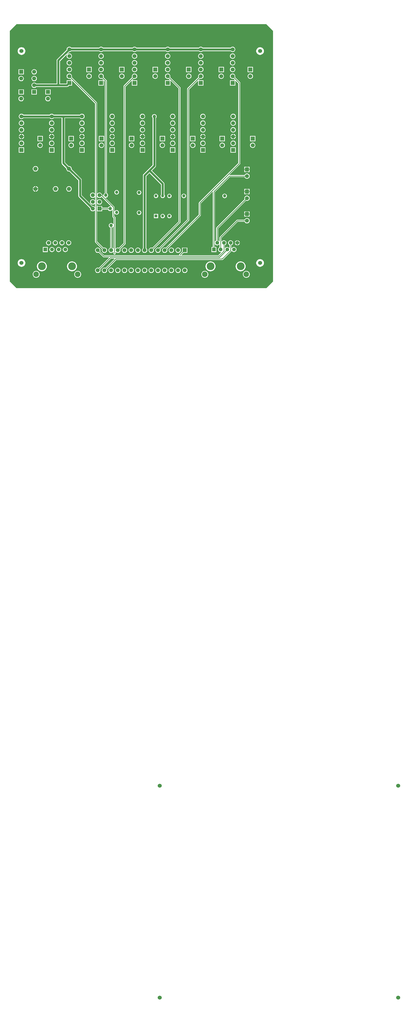
<source format=gbl>
G04*
G04 #@! TF.GenerationSoftware,Altium Limited,Altium Designer,18.1.7 (191)*
G04*
G04 Layer_Physical_Order=2*
G04 Layer_Color=16711680*
%FSLAX25Y25*%
%MOIN*%
G70*
G01*
G75*
%ADD14C,0.01000*%
%ADD33C,0.06000*%
%ADD37C,0.03000*%
%ADD38C,0.05906*%
%ADD39R,0.05906X0.05906*%
%ADD40C,0.08268*%
%ADD41C,0.05512*%
%ADD42R,0.05512X0.05512*%
%ADD43C,0.11614*%
%ADD44R,0.04331X0.04331*%
%ADD45C,0.04331*%
%ADD46C,0.04724*%
%ADD47C,0.06102*%
%ADD48C,0.05000*%
G36*
X393500Y383500D02*
Y10000D01*
X383500Y0D01*
X10000D01*
X0Y10000D01*
Y383500D01*
X10000Y393500D01*
X383500D01*
X393500Y383500D01*
D02*
G37*
%LPC*%
G36*
X333000Y359987D02*
X331968Y359851D01*
X331007Y359453D01*
X330181Y358819D01*
X329974Y358549D01*
X288526D01*
X288319Y358819D01*
X287493Y359453D01*
X286532Y359851D01*
X285500Y359987D01*
X284468Y359851D01*
X283507Y359453D01*
X282681Y358819D01*
X282474Y358549D01*
X239026D01*
X238819Y358819D01*
X237993Y359453D01*
X237032Y359851D01*
X236000Y359987D01*
X234968Y359851D01*
X234007Y359453D01*
X233181Y358819D01*
X232974Y358549D01*
X189526D01*
X189319Y358819D01*
X188493Y359453D01*
X187532Y359851D01*
X186500Y359987D01*
X185468Y359851D01*
X184507Y359453D01*
X183681Y358819D01*
X183474Y358549D01*
X139526D01*
X139319Y358819D01*
X138493Y359453D01*
X137532Y359851D01*
X136500Y359987D01*
X135468Y359851D01*
X134507Y359453D01*
X133681Y358819D01*
X133474Y358549D01*
X92026D01*
X91819Y358819D01*
X90993Y359453D01*
X90032Y359851D01*
X89000Y359987D01*
X87968Y359851D01*
X87007Y359453D01*
X86181Y358819D01*
X85547Y357993D01*
X85149Y357032D01*
X85013Y356000D01*
X85058Y355662D01*
X70698Y341302D01*
X70145Y340476D01*
X69951Y339500D01*
Y305049D01*
X39526D01*
X39319Y305319D01*
X38493Y305953D01*
X37532Y306351D01*
X36500Y306487D01*
X35468Y306351D01*
X34507Y305953D01*
X33681Y305319D01*
X33047Y304493D01*
X32649Y303532D01*
X32513Y302500D01*
X32649Y301468D01*
X33047Y300507D01*
X33681Y299681D01*
X34507Y299047D01*
X35468Y298649D01*
X36500Y298513D01*
X37532Y298649D01*
X38493Y299047D01*
X39319Y299681D01*
X39526Y299951D01*
X85500D01*
X86475Y300145D01*
X87302Y300698D01*
X88652Y302047D01*
X92953D01*
Y309231D01*
X93415Y309422D01*
X127471Y275366D01*
Y141291D01*
X126971Y141122D01*
X126819Y141319D01*
X125993Y141953D01*
X125032Y142351D01*
X124000Y142487D01*
X122968Y142351D01*
X122007Y141953D01*
X121181Y141319D01*
X120547Y140493D01*
X120149Y139532D01*
X120013Y138500D01*
X120149Y137468D01*
X120547Y136507D01*
X121181Y135681D01*
X122007Y135047D01*
X122968Y134649D01*
X124000Y134513D01*
X125032Y134649D01*
X125993Y135047D01*
X126819Y135681D01*
X126971Y135878D01*
X127471Y135708D01*
Y131291D01*
X126971Y131122D01*
X126819Y131319D01*
X125993Y131953D01*
X125032Y132351D01*
X124000Y132487D01*
X122968Y132351D01*
X122007Y131953D01*
X121181Y131319D01*
X120547Y130493D01*
X120149Y129532D01*
X120013Y128500D01*
X120149Y127468D01*
X120547Y126507D01*
X121181Y125681D01*
X122007Y125047D01*
X122968Y124649D01*
X124000Y124513D01*
X125032Y124649D01*
X125993Y125047D01*
X126819Y125681D01*
X126971Y125878D01*
X127471Y125708D01*
Y121291D01*
X126971Y121122D01*
X126819Y121319D01*
X125993Y121953D01*
X125032Y122351D01*
X124000Y122487D01*
X123662Y122442D01*
X107549Y138556D01*
Y161500D01*
X107355Y162476D01*
X106802Y163302D01*
X92530Y177575D01*
X92586Y178000D01*
X92447Y179058D01*
X92039Y180043D01*
X91389Y180889D01*
X90543Y181539D01*
X89558Y181947D01*
X88500Y182086D01*
X88075Y182030D01*
X82549Y187556D01*
Y253490D01*
X104846D01*
X105053Y253220D01*
X105879Y252587D01*
X106841Y252188D01*
X107873Y252052D01*
X108905Y252188D01*
X109866Y252587D01*
X110692Y253220D01*
X111325Y254046D01*
X111724Y255007D01*
X111860Y256039D01*
X111724Y257071D01*
X111325Y258033D01*
X110692Y258858D01*
X109866Y259492D01*
X108905Y259890D01*
X107873Y260026D01*
X106841Y259890D01*
X105879Y259492D01*
X105053Y258858D01*
X104846Y258588D01*
X65713D01*
X65505Y258858D01*
X64680Y259492D01*
X63718Y259890D01*
X62686Y260026D01*
X61655Y259890D01*
X60693Y259492D01*
X59867Y258858D01*
X59660Y258588D01*
X20526D01*
X20319Y258858D01*
X19493Y259492D01*
X18532Y259890D01*
X17500Y260026D01*
X16468Y259890D01*
X15507Y259492D01*
X14681Y258858D01*
X14047Y258033D01*
X13649Y257071D01*
X13513Y256039D01*
X13649Y255007D01*
X14047Y254046D01*
X14681Y253220D01*
X15507Y252587D01*
X16468Y252188D01*
X17500Y252052D01*
X18532Y252188D01*
X19493Y252587D01*
X20319Y253220D01*
X20526Y253490D01*
X59660D01*
X59867Y253220D01*
X60693Y252587D01*
X61655Y252188D01*
X62686Y252052D01*
X63718Y252188D01*
X64680Y252587D01*
X65505Y253220D01*
X65713Y253490D01*
X77451D01*
Y186500D01*
X77645Y185524D01*
X78198Y184698D01*
X84470Y178425D01*
X84414Y178000D01*
X84553Y176942D01*
X84961Y175957D01*
X85611Y175111D01*
X86457Y174461D01*
X87442Y174053D01*
X88500Y173914D01*
X88925Y173970D01*
X102451Y160444D01*
Y137500D01*
X102645Y136524D01*
X103198Y135698D01*
X120058Y118838D01*
X120013Y118500D01*
X120149Y117468D01*
X120547Y116507D01*
X121181Y115681D01*
X122007Y115047D01*
X122968Y114649D01*
X124000Y114513D01*
X125032Y114649D01*
X125993Y115047D01*
X126819Y115681D01*
X126971Y115878D01*
X127471Y115708D01*
Y69000D01*
X127587Y68415D01*
X127919Y67919D01*
X137841Y57996D01*
X137649Y57532D01*
X137513Y56500D01*
X137649Y55468D01*
X138047Y54507D01*
X138681Y53681D01*
X139507Y53047D01*
X140468Y52649D01*
X141500Y52513D01*
X142532Y52649D01*
X143493Y53047D01*
X144319Y53681D01*
X144953Y54507D01*
X145351Y55468D01*
X145487Y56500D01*
X145351Y57532D01*
X144953Y58493D01*
X144319Y59319D01*
X143493Y59953D01*
X142532Y60351D01*
X141500Y60487D01*
X140468Y60351D01*
X140004Y60159D01*
X130529Y69634D01*
Y114547D01*
X137953D01*
Y116971D01*
X146845D01*
X146943Y116735D01*
X147504Y116004D01*
X148235Y115443D01*
X149086Y115090D01*
X150000Y114970D01*
X150914Y115090D01*
X151765Y115443D01*
X152496Y116004D01*
X152971Y116622D01*
X153471Y116493D01*
Y106500D01*
X153587Y105915D01*
X153919Y105419D01*
X154971Y104367D01*
Y95507D01*
X154471Y95378D01*
X153996Y95996D01*
X153265Y96557D01*
X152414Y96910D01*
X151500Y97030D01*
X150586Y96910D01*
X149735Y96557D01*
X149004Y95996D01*
X148443Y95265D01*
X148090Y94414D01*
X147970Y93500D01*
X148090Y92586D01*
X148443Y91735D01*
X149004Y91004D01*
X149735Y90443D01*
X149971Y90345D01*
Y60145D01*
X149507Y59953D01*
X148681Y59319D01*
X148047Y58493D01*
X147649Y57532D01*
X147513Y56500D01*
X147649Y55468D01*
X148047Y54507D01*
X148681Y53681D01*
X149507Y53047D01*
X150468Y52649D01*
X151500Y52513D01*
X152532Y52649D01*
X153493Y53047D01*
X154319Y53681D01*
X154471Y53878D01*
X154971Y53708D01*
Y51500D01*
X155087Y50915D01*
X155419Y50419D01*
X155915Y50087D01*
X156500Y49971D01*
X157085Y50087D01*
X157581Y50419D01*
X157913Y50915D01*
X158029Y51500D01*
Y53708D01*
X158529Y53878D01*
X158681Y53681D01*
X159507Y53047D01*
X160468Y52649D01*
X161500Y52513D01*
X162532Y52649D01*
X163493Y53047D01*
X164319Y53681D01*
X164953Y54507D01*
X165351Y55468D01*
X165487Y56500D01*
X165351Y57532D01*
X165159Y57996D01*
X172581Y65419D01*
X172913Y65915D01*
X173029Y66500D01*
Y300366D01*
X182085Y309422D01*
X182547Y309231D01*
Y302047D01*
X190453D01*
Y309953D01*
X183269D01*
X183078Y310415D01*
X185004Y312341D01*
X185468Y312149D01*
X186500Y312013D01*
X187532Y312149D01*
X188493Y312547D01*
X189319Y313181D01*
X189953Y314007D01*
X190351Y314968D01*
X190487Y316000D01*
X190351Y317032D01*
X189953Y317993D01*
X189319Y318819D01*
X188493Y319453D01*
X187532Y319851D01*
X186500Y319987D01*
X185468Y319851D01*
X184507Y319453D01*
X183681Y318819D01*
X183047Y317993D01*
X182649Y317032D01*
X182513Y316000D01*
X182649Y314968D01*
X182841Y314504D01*
X170419Y302081D01*
X170087Y301585D01*
X169971Y301000D01*
Y67133D01*
X162996Y60159D01*
X162532Y60351D01*
X161500Y60487D01*
X160468Y60351D01*
X159507Y59953D01*
X158681Y59319D01*
X158529Y59122D01*
X158029Y59291D01*
Y105000D01*
X157913Y105585D01*
X157581Y106081D01*
X156529Y107133D01*
Y110876D01*
X157029Y111046D01*
X157370Y110602D01*
X158072Y110063D01*
X158890Y109724D01*
X159768Y109609D01*
X160645Y109724D01*
X161463Y110063D01*
X162166Y110602D01*
X162705Y111304D01*
X163043Y112122D01*
X163159Y113000D01*
X163043Y113878D01*
X162705Y114696D01*
X162166Y115398D01*
X161463Y115937D01*
X160645Y116276D01*
X159768Y116391D01*
X158890Y116276D01*
X158072Y115937D01*
X157370Y115398D01*
X157029Y114954D01*
X156529Y115124D01*
Y120500D01*
X156413Y121085D01*
X156081Y121581D01*
X143151Y134511D01*
X143385Y134985D01*
X143500Y134970D01*
X144414Y135090D01*
X145265Y135443D01*
X145996Y136004D01*
X146557Y136735D01*
X146910Y137586D01*
X147030Y138500D01*
X146910Y139414D01*
X146557Y140265D01*
X145996Y140996D01*
X145265Y141557D01*
X145029Y141655D01*
Y309000D01*
X144913Y309585D01*
X144581Y310081D01*
X140159Y314504D01*
X140351Y314968D01*
X140487Y316000D01*
X140351Y317032D01*
X139953Y317993D01*
X139319Y318819D01*
X138493Y319453D01*
X137532Y319851D01*
X136500Y319987D01*
X135468Y319851D01*
X134507Y319453D01*
X133681Y318819D01*
X133047Y317993D01*
X132649Y317032D01*
X132513Y316000D01*
X132649Y314968D01*
X133047Y314007D01*
X133681Y313181D01*
X134507Y312547D01*
X135468Y312149D01*
X136500Y312013D01*
X137532Y312149D01*
X137996Y312341D01*
X139922Y310415D01*
X139731Y309953D01*
X132547D01*
Y302047D01*
X140453D01*
Y309231D01*
X140915Y309422D01*
X141971Y308366D01*
Y141655D01*
X141735Y141557D01*
X141004Y140996D01*
X140443Y140265D01*
X140090Y139414D01*
X139970Y138500D01*
X139985Y138385D01*
X139511Y138152D01*
X138081Y139581D01*
X137734Y139813D01*
X137453Y140493D01*
X136819Y141319D01*
X135993Y141953D01*
X135032Y142351D01*
X134000Y142487D01*
X132968Y142351D01*
X132007Y141953D01*
X131181Y141319D01*
X131029Y141122D01*
X130529Y141291D01*
Y276000D01*
X130413Y276585D01*
X130081Y277081D01*
X92659Y314504D01*
X92851Y314968D01*
X92987Y316000D01*
X92851Y317032D01*
X92453Y317993D01*
X91819Y318819D01*
X90993Y319453D01*
X90032Y319851D01*
X89000Y319987D01*
X87968Y319851D01*
X87007Y319453D01*
X86181Y318819D01*
X85547Y317993D01*
X85149Y317032D01*
X85013Y316000D01*
X85149Y314968D01*
X85547Y314007D01*
X86181Y313181D01*
X87007Y312547D01*
X87968Y312149D01*
X89000Y312013D01*
X90032Y312149D01*
X90496Y312341D01*
X92422Y310415D01*
X92231Y309953D01*
X85047D01*
Y305652D01*
X84444Y305049D01*
X75049D01*
Y338444D01*
X88662Y352058D01*
X89000Y352013D01*
X90032Y352149D01*
X90993Y352547D01*
X91819Y353181D01*
X92026Y353451D01*
X133474D01*
X133681Y353181D01*
X134507Y352547D01*
X135468Y352149D01*
X136500Y352013D01*
X137532Y352149D01*
X138493Y352547D01*
X139319Y353181D01*
X139526Y353451D01*
X183474D01*
X183681Y353181D01*
X184507Y352547D01*
X185468Y352149D01*
X186500Y352013D01*
X187532Y352149D01*
X188493Y352547D01*
X189319Y353181D01*
X189526Y353451D01*
X232974D01*
X233181Y353181D01*
X234007Y352547D01*
X234968Y352149D01*
X236000Y352013D01*
X237032Y352149D01*
X237993Y352547D01*
X238819Y353181D01*
X239026Y353451D01*
X282474D01*
X282681Y353181D01*
X283507Y352547D01*
X284468Y352149D01*
X285500Y352013D01*
X286532Y352149D01*
X287493Y352547D01*
X288319Y353181D01*
X288526Y353451D01*
X329974D01*
X330181Y353181D01*
X331007Y352547D01*
X331968Y352149D01*
X333000Y352013D01*
X334032Y352149D01*
X334993Y352547D01*
X335819Y353181D01*
X336453Y354007D01*
X336851Y354968D01*
X336987Y356000D01*
X336851Y357032D01*
X336453Y357993D01*
X335819Y358819D01*
X334993Y359453D01*
X334032Y359851D01*
X333000Y359987D01*
D02*
G37*
G36*
X374000Y359274D02*
X372506Y359077D01*
X371113Y358500D01*
X369917Y357583D01*
X369000Y356387D01*
X368423Y354994D01*
X368226Y353500D01*
X368423Y352006D01*
X369000Y350613D01*
X369917Y349417D01*
X371113Y348500D01*
X372506Y347923D01*
X374000Y347726D01*
X375494Y347923D01*
X376887Y348500D01*
X378083Y349417D01*
X379000Y350613D01*
X379577Y352006D01*
X379774Y353500D01*
X379577Y354994D01*
X379000Y356387D01*
X378083Y357583D01*
X376887Y358500D01*
X375494Y359077D01*
X374000Y359274D01*
D02*
G37*
G36*
X17500D02*
X16006Y359077D01*
X14613Y358500D01*
X13417Y357583D01*
X12500Y356387D01*
X11923Y354994D01*
X11726Y353500D01*
X11923Y352006D01*
X12500Y350613D01*
X13417Y349417D01*
X14613Y348500D01*
X16006Y347923D01*
X17500Y347726D01*
X18994Y347923D01*
X20387Y348500D01*
X21583Y349417D01*
X22500Y350613D01*
X23077Y352006D01*
X23274Y353500D01*
X23077Y354994D01*
X22500Y356387D01*
X21583Y357583D01*
X20387Y358500D01*
X18994Y359077D01*
X17500Y359274D01*
D02*
G37*
G36*
X333000Y349987D02*
X331968Y349851D01*
X331007Y349453D01*
X330181Y348819D01*
X329547Y347993D01*
X329149Y347032D01*
X329013Y346000D01*
X329149Y344968D01*
X329547Y344007D01*
X330181Y343181D01*
X331007Y342547D01*
X331968Y342149D01*
X333000Y342013D01*
X334032Y342149D01*
X334993Y342547D01*
X335819Y343181D01*
X336453Y344007D01*
X336851Y344968D01*
X336987Y346000D01*
X336851Y347032D01*
X336453Y347993D01*
X335819Y348819D01*
X334993Y349453D01*
X334032Y349851D01*
X333000Y349987D01*
D02*
G37*
G36*
X285500D02*
X284468Y349851D01*
X283507Y349453D01*
X282681Y348819D01*
X282047Y347993D01*
X281649Y347032D01*
X281513Y346000D01*
X281649Y344968D01*
X282047Y344007D01*
X282681Y343181D01*
X283507Y342547D01*
X284468Y342149D01*
X285500Y342013D01*
X286532Y342149D01*
X287493Y342547D01*
X288319Y343181D01*
X288953Y344007D01*
X289351Y344968D01*
X289487Y346000D01*
X289351Y347032D01*
X288953Y347993D01*
X288319Y348819D01*
X287493Y349453D01*
X286532Y349851D01*
X285500Y349987D01*
D02*
G37*
G36*
X236000D02*
X234968Y349851D01*
X234007Y349453D01*
X233181Y348819D01*
X232547Y347993D01*
X232149Y347032D01*
X232013Y346000D01*
X232149Y344968D01*
X232547Y344007D01*
X233181Y343181D01*
X234007Y342547D01*
X234968Y342149D01*
X236000Y342013D01*
X237032Y342149D01*
X237993Y342547D01*
X238819Y343181D01*
X239453Y344007D01*
X239851Y344968D01*
X239987Y346000D01*
X239851Y347032D01*
X239453Y347993D01*
X238819Y348819D01*
X237993Y349453D01*
X237032Y349851D01*
X236000Y349987D01*
D02*
G37*
G36*
X186500D02*
X185468Y349851D01*
X184507Y349453D01*
X183681Y348819D01*
X183047Y347993D01*
X182649Y347032D01*
X182513Y346000D01*
X182649Y344968D01*
X183047Y344007D01*
X183681Y343181D01*
X184507Y342547D01*
X185468Y342149D01*
X186500Y342013D01*
X187532Y342149D01*
X188493Y342547D01*
X189319Y343181D01*
X189953Y344007D01*
X190351Y344968D01*
X190487Y346000D01*
X190351Y347032D01*
X189953Y347993D01*
X189319Y348819D01*
X188493Y349453D01*
X187532Y349851D01*
X186500Y349987D01*
D02*
G37*
G36*
X136500D02*
X135468Y349851D01*
X134507Y349453D01*
X133681Y348819D01*
X133047Y347993D01*
X132649Y347032D01*
X132513Y346000D01*
X132649Y344968D01*
X133047Y344007D01*
X133681Y343181D01*
X134507Y342547D01*
X135468Y342149D01*
X136500Y342013D01*
X137532Y342149D01*
X138493Y342547D01*
X139319Y343181D01*
X139953Y344007D01*
X140351Y344968D01*
X140487Y346000D01*
X140351Y347032D01*
X139953Y347993D01*
X139319Y348819D01*
X138493Y349453D01*
X137532Y349851D01*
X136500Y349987D01*
D02*
G37*
G36*
X89000D02*
X87968Y349851D01*
X87007Y349453D01*
X86181Y348819D01*
X85547Y347993D01*
X85149Y347032D01*
X85013Y346000D01*
X85149Y344968D01*
X85547Y344007D01*
X86181Y343181D01*
X87007Y342547D01*
X87968Y342149D01*
X89000Y342013D01*
X90032Y342149D01*
X90993Y342547D01*
X91819Y343181D01*
X92453Y344007D01*
X92851Y344968D01*
X92987Y346000D01*
X92851Y347032D01*
X92453Y347993D01*
X91819Y348819D01*
X90993Y349453D01*
X90032Y349851D01*
X89000Y349987D01*
D02*
G37*
G36*
X333000Y339987D02*
X331968Y339851D01*
X331007Y339453D01*
X330181Y338819D01*
X329547Y337993D01*
X329149Y337032D01*
X329013Y336000D01*
X329149Y334968D01*
X329547Y334007D01*
X330181Y333181D01*
X331007Y332547D01*
X331968Y332149D01*
X333000Y332013D01*
X334032Y332149D01*
X334993Y332547D01*
X335819Y333181D01*
X336453Y334007D01*
X336851Y334968D01*
X336987Y336000D01*
X336851Y337032D01*
X336453Y337993D01*
X335819Y338819D01*
X334993Y339453D01*
X334032Y339851D01*
X333000Y339987D01*
D02*
G37*
G36*
X285500D02*
X284468Y339851D01*
X283507Y339453D01*
X282681Y338819D01*
X282047Y337993D01*
X281649Y337032D01*
X281513Y336000D01*
X281649Y334968D01*
X282047Y334007D01*
X282681Y333181D01*
X283507Y332547D01*
X284468Y332149D01*
X285500Y332013D01*
X286532Y332149D01*
X287493Y332547D01*
X288319Y333181D01*
X288953Y334007D01*
X289351Y334968D01*
X289487Y336000D01*
X289351Y337032D01*
X288953Y337993D01*
X288319Y338819D01*
X287493Y339453D01*
X286532Y339851D01*
X285500Y339987D01*
D02*
G37*
G36*
X236000D02*
X234968Y339851D01*
X234007Y339453D01*
X233181Y338819D01*
X232547Y337993D01*
X232149Y337032D01*
X232013Y336000D01*
X232149Y334968D01*
X232547Y334007D01*
X233181Y333181D01*
X234007Y332547D01*
X234968Y332149D01*
X236000Y332013D01*
X237032Y332149D01*
X237993Y332547D01*
X238819Y333181D01*
X239453Y334007D01*
X239851Y334968D01*
X239987Y336000D01*
X239851Y337032D01*
X239453Y337993D01*
X238819Y338819D01*
X237993Y339453D01*
X237032Y339851D01*
X236000Y339987D01*
D02*
G37*
G36*
X186500D02*
X185468Y339851D01*
X184507Y339453D01*
X183681Y338819D01*
X183047Y337993D01*
X182649Y337032D01*
X182513Y336000D01*
X182649Y334968D01*
X183047Y334007D01*
X183681Y333181D01*
X184507Y332547D01*
X185468Y332149D01*
X186500Y332013D01*
X187532Y332149D01*
X188493Y332547D01*
X189319Y333181D01*
X189953Y334007D01*
X190351Y334968D01*
X190487Y336000D01*
X190351Y337032D01*
X189953Y337993D01*
X189319Y338819D01*
X188493Y339453D01*
X187532Y339851D01*
X186500Y339987D01*
D02*
G37*
G36*
X136500D02*
X135468Y339851D01*
X134507Y339453D01*
X133681Y338819D01*
X133047Y337993D01*
X132649Y337032D01*
X132513Y336000D01*
X132649Y334968D01*
X133047Y334007D01*
X133681Y333181D01*
X134507Y332547D01*
X135468Y332149D01*
X136500Y332013D01*
X137532Y332149D01*
X138493Y332547D01*
X139319Y333181D01*
X139953Y334007D01*
X140351Y334968D01*
X140487Y336000D01*
X140351Y337032D01*
X139953Y337993D01*
X139319Y338819D01*
X138493Y339453D01*
X137532Y339851D01*
X136500Y339987D01*
D02*
G37*
G36*
X89000D02*
X87968Y339851D01*
X87007Y339453D01*
X86181Y338819D01*
X85547Y337993D01*
X85149Y337032D01*
X85013Y336000D01*
X85149Y334968D01*
X85547Y334007D01*
X86181Y333181D01*
X87007Y332547D01*
X87968Y332149D01*
X89000Y332013D01*
X90032Y332149D01*
X90993Y332547D01*
X91819Y333181D01*
X92453Y334007D01*
X92851Y334968D01*
X92987Y336000D01*
X92851Y337032D01*
X92453Y337993D01*
X91819Y338819D01*
X90993Y339453D01*
X90032Y339851D01*
X89000Y339987D01*
D02*
G37*
G36*
X363453Y329953D02*
X355547D01*
Y322047D01*
X363453D01*
Y329953D01*
D02*
G37*
G36*
X319953D02*
X312047D01*
Y322047D01*
X319953D01*
Y329953D01*
D02*
G37*
G36*
X271453D02*
X263547D01*
Y322047D01*
X271453D01*
Y329953D01*
D02*
G37*
G36*
X221299D02*
X213394D01*
Y322047D01*
X221299D01*
Y329953D01*
D02*
G37*
G36*
X171453D02*
X163547D01*
Y322047D01*
X171453D01*
Y329953D01*
D02*
G37*
G36*
X122453D02*
X114547D01*
Y322047D01*
X122453D01*
Y329953D01*
D02*
G37*
G36*
X333000Y329987D02*
X331968Y329851D01*
X331007Y329453D01*
X330181Y328819D01*
X329547Y327993D01*
X329149Y327032D01*
X329013Y326000D01*
X329149Y324968D01*
X329547Y324007D01*
X330181Y323181D01*
X331007Y322547D01*
X331968Y322149D01*
X333000Y322013D01*
X334032Y322149D01*
X334993Y322547D01*
X335819Y323181D01*
X336453Y324007D01*
X336851Y324968D01*
X336987Y326000D01*
X336851Y327032D01*
X336453Y327993D01*
X335819Y328819D01*
X334993Y329453D01*
X334032Y329851D01*
X333000Y329987D01*
D02*
G37*
G36*
X285500D02*
X284468Y329851D01*
X283507Y329453D01*
X282681Y328819D01*
X282047Y327993D01*
X281649Y327032D01*
X281513Y326000D01*
X281649Y324968D01*
X282047Y324007D01*
X282681Y323181D01*
X283507Y322547D01*
X284468Y322149D01*
X285500Y322013D01*
X286532Y322149D01*
X287493Y322547D01*
X288319Y323181D01*
X288953Y324007D01*
X289351Y324968D01*
X289487Y326000D01*
X289351Y327032D01*
X288953Y327993D01*
X288319Y328819D01*
X287493Y329453D01*
X286532Y329851D01*
X285500Y329987D01*
D02*
G37*
G36*
X236000D02*
X234968Y329851D01*
X234007Y329453D01*
X233181Y328819D01*
X232547Y327993D01*
X232149Y327032D01*
X232013Y326000D01*
X232149Y324968D01*
X232547Y324007D01*
X233181Y323181D01*
X234007Y322547D01*
X234968Y322149D01*
X236000Y322013D01*
X237032Y322149D01*
X237993Y322547D01*
X238819Y323181D01*
X239453Y324007D01*
X239851Y324968D01*
X239987Y326000D01*
X239851Y327032D01*
X239453Y327993D01*
X238819Y328819D01*
X237993Y329453D01*
X237032Y329851D01*
X236000Y329987D01*
D02*
G37*
G36*
X186500D02*
X185468Y329851D01*
X184507Y329453D01*
X183681Y328819D01*
X183047Y327993D01*
X182649Y327032D01*
X182513Y326000D01*
X182649Y324968D01*
X183047Y324007D01*
X183681Y323181D01*
X184507Y322547D01*
X185468Y322149D01*
X186500Y322013D01*
X187532Y322149D01*
X188493Y322547D01*
X189319Y323181D01*
X189953Y324007D01*
X190351Y324968D01*
X190487Y326000D01*
X190351Y327032D01*
X189953Y327993D01*
X189319Y328819D01*
X188493Y329453D01*
X187532Y329851D01*
X186500Y329987D01*
D02*
G37*
G36*
X136500D02*
X135468Y329851D01*
X134507Y329453D01*
X133681Y328819D01*
X133047Y327993D01*
X132649Y327032D01*
X132513Y326000D01*
X132649Y324968D01*
X133047Y324007D01*
X133681Y323181D01*
X134507Y322547D01*
X135468Y322149D01*
X136500Y322013D01*
X137532Y322149D01*
X138493Y322547D01*
X139319Y323181D01*
X139953Y324007D01*
X140351Y324968D01*
X140487Y326000D01*
X140351Y327032D01*
X139953Y327993D01*
X139319Y328819D01*
X138493Y329453D01*
X137532Y329851D01*
X136500Y329987D01*
D02*
G37*
G36*
X89000D02*
X87968Y329851D01*
X87007Y329453D01*
X86181Y328819D01*
X85547Y327993D01*
X85149Y327032D01*
X85013Y326000D01*
X85149Y324968D01*
X85547Y324007D01*
X86181Y323181D01*
X87007Y322547D01*
X87968Y322149D01*
X89000Y322013D01*
X90032Y322149D01*
X90993Y322547D01*
X91819Y323181D01*
X92453Y324007D01*
X92851Y324968D01*
X92987Y326000D01*
X92851Y327032D01*
X92453Y327993D01*
X91819Y328819D01*
X90993Y329453D01*
X90032Y329851D01*
X89000Y329987D01*
D02*
G37*
G36*
X20953Y326453D02*
X13047D01*
Y318547D01*
X20953D01*
Y326453D01*
D02*
G37*
G36*
X36500Y326487D02*
X35468Y326351D01*
X34507Y325953D01*
X33681Y325319D01*
X33047Y324493D01*
X32649Y323532D01*
X32513Y322500D01*
X32649Y321468D01*
X33047Y320507D01*
X33681Y319681D01*
X34507Y319047D01*
X35468Y318649D01*
X36500Y318513D01*
X37532Y318649D01*
X38493Y319047D01*
X39319Y319681D01*
X39953Y320507D01*
X40351Y321468D01*
X40487Y322500D01*
X40351Y323532D01*
X39953Y324493D01*
X39319Y325319D01*
X38493Y325953D01*
X37532Y326351D01*
X36500Y326487D01*
D02*
G37*
G36*
X359500Y319987D02*
X358468Y319851D01*
X357507Y319453D01*
X356681Y318819D01*
X356047Y317993D01*
X355649Y317032D01*
X355513Y316000D01*
X355649Y314968D01*
X356047Y314007D01*
X356681Y313181D01*
X357507Y312547D01*
X358468Y312149D01*
X359500Y312013D01*
X360532Y312149D01*
X361493Y312547D01*
X362319Y313181D01*
X362953Y314007D01*
X363351Y314968D01*
X363487Y316000D01*
X363351Y317032D01*
X362953Y317993D01*
X362319Y318819D01*
X361493Y319453D01*
X360532Y319851D01*
X359500Y319987D01*
D02*
G37*
G36*
X316000D02*
X314968Y319851D01*
X314007Y319453D01*
X313181Y318819D01*
X312547Y317993D01*
X312149Y317032D01*
X312013Y316000D01*
X312149Y314968D01*
X312547Y314007D01*
X313181Y313181D01*
X314007Y312547D01*
X314968Y312149D01*
X316000Y312013D01*
X317032Y312149D01*
X317993Y312547D01*
X318819Y313181D01*
X319453Y314007D01*
X319851Y314968D01*
X319987Y316000D01*
X319851Y317032D01*
X319453Y317993D01*
X318819Y318819D01*
X317993Y319453D01*
X317032Y319851D01*
X316000Y319987D01*
D02*
G37*
G36*
X285500D02*
X284468Y319851D01*
X283507Y319453D01*
X282681Y318819D01*
X282047Y317993D01*
X281649Y317032D01*
X281513Y316000D01*
X281649Y314968D01*
X281841Y314504D01*
X265419Y298081D01*
X265087Y297585D01*
X264971Y297000D01*
Y102134D01*
X222996Y60159D01*
X222532Y60351D01*
X221500Y60487D01*
X220468Y60351D01*
X219507Y59953D01*
X218681Y59319D01*
X218047Y58493D01*
X217649Y57532D01*
X217513Y56500D01*
X217649Y55468D01*
X218047Y54507D01*
X218681Y53681D01*
X219507Y53047D01*
X220468Y52649D01*
X221500Y52513D01*
X222532Y52649D01*
X223493Y53047D01*
X224319Y53681D01*
X224953Y54507D01*
X225351Y55468D01*
X225487Y56500D01*
X225351Y57532D01*
X225159Y57996D01*
X267581Y100419D01*
X267913Y100915D01*
X268029Y101500D01*
Y296367D01*
X281085Y309422D01*
X281547Y309231D01*
Y302047D01*
X289453D01*
Y309953D01*
X282269D01*
X282078Y310415D01*
X284004Y312341D01*
X284468Y312149D01*
X285500Y312013D01*
X286532Y312149D01*
X287493Y312547D01*
X288319Y313181D01*
X288953Y314007D01*
X289351Y314968D01*
X289487Y316000D01*
X289351Y317032D01*
X288953Y317993D01*
X288319Y318819D01*
X287493Y319453D01*
X286532Y319851D01*
X285500Y319987D01*
D02*
G37*
G36*
X267500D02*
X266468Y319851D01*
X265507Y319453D01*
X264681Y318819D01*
X264047Y317993D01*
X263649Y317032D01*
X263513Y316000D01*
X263649Y314968D01*
X264047Y314007D01*
X264681Y313181D01*
X265507Y312547D01*
X266468Y312149D01*
X267500Y312013D01*
X268532Y312149D01*
X269493Y312547D01*
X270319Y313181D01*
X270953Y314007D01*
X271351Y314968D01*
X271487Y316000D01*
X271351Y317032D01*
X270953Y317993D01*
X270319Y318819D01*
X269493Y319453D01*
X268532Y319851D01*
X267500Y319987D01*
D02*
G37*
G36*
X217346D02*
X216315Y319851D01*
X215353Y319453D01*
X214527Y318819D01*
X213894Y317993D01*
X213495Y317032D01*
X213359Y316000D01*
X213495Y314968D01*
X213894Y314007D01*
X214527Y313181D01*
X215353Y312547D01*
X216315Y312149D01*
X217346Y312013D01*
X218378Y312149D01*
X219340Y312547D01*
X220165Y313181D01*
X220799Y314007D01*
X221197Y314968D01*
X221333Y316000D01*
X221197Y317032D01*
X220799Y317993D01*
X220165Y318819D01*
X219340Y319453D01*
X218378Y319851D01*
X217346Y319987D01*
D02*
G37*
G36*
X167500D02*
X166468Y319851D01*
X165507Y319453D01*
X164681Y318819D01*
X164047Y317993D01*
X163649Y317032D01*
X163513Y316000D01*
X163649Y314968D01*
X164047Y314007D01*
X164681Y313181D01*
X165507Y312547D01*
X166468Y312149D01*
X167500Y312013D01*
X168532Y312149D01*
X169493Y312547D01*
X170319Y313181D01*
X170953Y314007D01*
X171351Y314968D01*
X171487Y316000D01*
X171351Y317032D01*
X170953Y317993D01*
X170319Y318819D01*
X169493Y319453D01*
X168532Y319851D01*
X167500Y319987D01*
D02*
G37*
G36*
X118500D02*
X117468Y319851D01*
X116507Y319453D01*
X115681Y318819D01*
X115047Y317993D01*
X114649Y317032D01*
X114513Y316000D01*
X114649Y314968D01*
X115047Y314007D01*
X115681Y313181D01*
X116507Y312547D01*
X117468Y312149D01*
X118500Y312013D01*
X119532Y312149D01*
X120493Y312547D01*
X121319Y313181D01*
X121953Y314007D01*
X122351Y314968D01*
X122487Y316000D01*
X122351Y317032D01*
X121953Y317993D01*
X121319Y318819D01*
X120493Y319453D01*
X119532Y319851D01*
X118500Y319987D01*
D02*
G37*
G36*
X36500Y316487D02*
X35468Y316351D01*
X34507Y315953D01*
X33681Y315319D01*
X33047Y314493D01*
X32649Y313532D01*
X32513Y312500D01*
X32649Y311468D01*
X33047Y310507D01*
X33681Y309681D01*
X34507Y309047D01*
X35468Y308649D01*
X36500Y308513D01*
X37532Y308649D01*
X38493Y309047D01*
X39319Y309681D01*
X39953Y310507D01*
X40351Y311468D01*
X40487Y312500D01*
X40351Y313532D01*
X39953Y314493D01*
X39319Y315319D01*
X38493Y315953D01*
X37532Y316351D01*
X36500Y316487D01*
D02*
G37*
G36*
X17000D02*
X15968Y316351D01*
X15007Y315953D01*
X14181Y315319D01*
X13547Y314493D01*
X13149Y313532D01*
X13013Y312500D01*
X13149Y311468D01*
X13547Y310507D01*
X14181Y309681D01*
X15007Y309047D01*
X15968Y308649D01*
X17000Y308513D01*
X18032Y308649D01*
X18993Y309047D01*
X19819Y309681D01*
X20453Y310507D01*
X20851Y311468D01*
X20987Y312500D01*
X20851Y313532D01*
X20453Y314493D01*
X19819Y315319D01*
X18993Y315953D01*
X18032Y316351D01*
X17000Y316487D01*
D02*
G37*
G36*
X60953Y296453D02*
X53047D01*
Y288547D01*
X60953D01*
Y296453D01*
D02*
G37*
G36*
X40453D02*
X32547D01*
Y288547D01*
X40453D01*
Y296453D01*
D02*
G37*
G36*
X20953D02*
X13047D01*
Y288547D01*
X20953D01*
Y296453D01*
D02*
G37*
G36*
X57000Y286487D02*
X55968Y286351D01*
X55007Y285953D01*
X54181Y285319D01*
X53547Y284493D01*
X53149Y283532D01*
X53013Y282500D01*
X53149Y281468D01*
X53547Y280507D01*
X54181Y279681D01*
X55007Y279047D01*
X55968Y278649D01*
X57000Y278513D01*
X58032Y278649D01*
X58993Y279047D01*
X59819Y279681D01*
X60453Y280507D01*
X60851Y281468D01*
X60987Y282500D01*
X60851Y283532D01*
X60453Y284493D01*
X59819Y285319D01*
X58993Y285953D01*
X58032Y286351D01*
X57000Y286487D01*
D02*
G37*
G36*
X17000D02*
X15968Y286351D01*
X15007Y285953D01*
X14181Y285319D01*
X13547Y284493D01*
X13149Y283532D01*
X13013Y282500D01*
X13149Y281468D01*
X13547Y280507D01*
X14181Y279681D01*
X15007Y279047D01*
X15968Y278649D01*
X17000Y278513D01*
X18032Y278649D01*
X18993Y279047D01*
X19819Y279681D01*
X20453Y280507D01*
X20851Y281468D01*
X20987Y282500D01*
X20851Y283532D01*
X20453Y284493D01*
X19819Y285319D01*
X18993Y285953D01*
X18032Y286351D01*
X17000Y286487D01*
D02*
G37*
G36*
X333804Y260026D02*
X332772Y259890D01*
X331811Y259492D01*
X330985Y258858D01*
X330352Y258033D01*
X329953Y257071D01*
X329818Y256039D01*
X329953Y255007D01*
X330352Y254046D01*
X330985Y253220D01*
X331811Y252587D01*
X332772Y252188D01*
X333804Y252052D01*
X334836Y252188D01*
X335798Y252587D01*
X336624Y253220D01*
X337257Y254046D01*
X337655Y255007D01*
X337791Y256039D01*
X337655Y257071D01*
X337257Y258033D01*
X336624Y258858D01*
X335798Y259492D01*
X334836Y259890D01*
X333804Y260026D01*
D02*
G37*
G36*
X288618D02*
X287586Y259890D01*
X286625Y259492D01*
X285799Y258858D01*
X285165Y258033D01*
X284767Y257071D01*
X284631Y256039D01*
X284767Y255007D01*
X285165Y254046D01*
X285799Y253220D01*
X286625Y252587D01*
X287586Y252188D01*
X288618Y252052D01*
X289650Y252188D01*
X290612Y252587D01*
X291437Y253220D01*
X292071Y254046D01*
X292469Y255007D01*
X292605Y256039D01*
X292469Y257071D01*
X292071Y258033D01*
X291437Y258858D01*
X290612Y259492D01*
X289650Y259890D01*
X288618Y260026D01*
D02*
G37*
G36*
X243432D02*
X242400Y259890D01*
X241438Y259492D01*
X240613Y258858D01*
X239979Y258033D01*
X239581Y257071D01*
X239445Y256039D01*
X239581Y255007D01*
X239979Y254046D01*
X240613Y253220D01*
X241438Y252587D01*
X242400Y252188D01*
X243432Y252052D01*
X244464Y252188D01*
X245425Y252587D01*
X246251Y253220D01*
X246884Y254046D01*
X247283Y255007D01*
X247419Y256039D01*
X247283Y257071D01*
X246884Y258033D01*
X246251Y258858D01*
X245425Y259492D01*
X244464Y259890D01*
X243432Y260026D01*
D02*
G37*
G36*
X198245D02*
X197213Y259890D01*
X196252Y259492D01*
X195426Y258858D01*
X194793Y258033D01*
X194394Y257071D01*
X194258Y256039D01*
X194394Y255007D01*
X194793Y254046D01*
X195426Y253220D01*
X196252Y252587D01*
X197213Y252188D01*
X198245Y252052D01*
X199277Y252188D01*
X200239Y252587D01*
X201064Y253220D01*
X201698Y254046D01*
X202096Y255007D01*
X202232Y256039D01*
X202096Y257071D01*
X201698Y258033D01*
X201064Y258858D01*
X200239Y259492D01*
X199277Y259890D01*
X198245Y260026D01*
D02*
G37*
G36*
X153059D02*
X152027Y259890D01*
X151066Y259492D01*
X150240Y258858D01*
X149606Y258033D01*
X149208Y257071D01*
X149072Y256039D01*
X149208Y255007D01*
X149606Y254046D01*
X150240Y253220D01*
X151066Y252587D01*
X152027Y252188D01*
X153059Y252052D01*
X154091Y252188D01*
X155052Y252587D01*
X155878Y253220D01*
X156512Y254046D01*
X156910Y255007D01*
X157046Y256039D01*
X156910Y257071D01*
X156512Y258033D01*
X155878Y258858D01*
X155052Y259492D01*
X154091Y259890D01*
X153059Y260026D01*
D02*
G37*
G36*
X333804Y250026D02*
X332772Y249890D01*
X331811Y249492D01*
X330985Y248858D01*
X330352Y248033D01*
X329953Y247071D01*
X329818Y246039D01*
X329953Y245007D01*
X330352Y244046D01*
X330985Y243220D01*
X331811Y242587D01*
X332772Y242188D01*
X333804Y242053D01*
X334836Y242188D01*
X335798Y242587D01*
X336624Y243220D01*
X337257Y244046D01*
X337655Y245007D01*
X337791Y246039D01*
X337655Y247071D01*
X337257Y248033D01*
X336624Y248858D01*
X335798Y249492D01*
X334836Y249890D01*
X333804Y250026D01*
D02*
G37*
G36*
X288618D02*
X287586Y249890D01*
X286625Y249492D01*
X285799Y248858D01*
X285165Y248033D01*
X284767Y247071D01*
X284631Y246039D01*
X284767Y245007D01*
X285165Y244046D01*
X285799Y243220D01*
X286625Y242587D01*
X287586Y242188D01*
X288618Y242053D01*
X289650Y242188D01*
X290612Y242587D01*
X291437Y243220D01*
X292071Y244046D01*
X292469Y245007D01*
X292605Y246039D01*
X292469Y247071D01*
X292071Y248033D01*
X291437Y248858D01*
X290612Y249492D01*
X289650Y249890D01*
X288618Y250026D01*
D02*
G37*
G36*
X243432D02*
X242400Y249890D01*
X241438Y249492D01*
X240613Y248858D01*
X239979Y248033D01*
X239581Y247071D01*
X239445Y246039D01*
X239581Y245007D01*
X239979Y244046D01*
X240613Y243220D01*
X241438Y242587D01*
X242400Y242188D01*
X243432Y242053D01*
X244464Y242188D01*
X245425Y242587D01*
X246251Y243220D01*
X246884Y244046D01*
X247283Y245007D01*
X247419Y246039D01*
X247283Y247071D01*
X246884Y248033D01*
X246251Y248858D01*
X245425Y249492D01*
X244464Y249890D01*
X243432Y250026D01*
D02*
G37*
G36*
X198245D02*
X197213Y249890D01*
X196252Y249492D01*
X195426Y248858D01*
X194793Y248033D01*
X194394Y247071D01*
X194258Y246039D01*
X194394Y245007D01*
X194793Y244046D01*
X195426Y243220D01*
X196252Y242587D01*
X197213Y242188D01*
X198245Y242053D01*
X199277Y242188D01*
X200239Y242587D01*
X201064Y243220D01*
X201698Y244046D01*
X202096Y245007D01*
X202232Y246039D01*
X202096Y247071D01*
X201698Y248033D01*
X201064Y248858D01*
X200239Y249492D01*
X199277Y249890D01*
X198245Y250026D01*
D02*
G37*
G36*
X153059D02*
X152027Y249890D01*
X151066Y249492D01*
X150240Y248858D01*
X149606Y248033D01*
X149208Y247071D01*
X149072Y246039D01*
X149208Y245007D01*
X149606Y244046D01*
X150240Y243220D01*
X151066Y242587D01*
X152027Y242188D01*
X153059Y242053D01*
X154091Y242188D01*
X155052Y242587D01*
X155878Y243220D01*
X156512Y244046D01*
X156910Y245007D01*
X157046Y246039D01*
X156910Y247071D01*
X156512Y248033D01*
X155878Y248858D01*
X155052Y249492D01*
X154091Y249890D01*
X153059Y250026D01*
D02*
G37*
G36*
X107873D02*
X106841Y249890D01*
X105879Y249492D01*
X105053Y248858D01*
X104420Y248033D01*
X104022Y247071D01*
X103886Y246039D01*
X104022Y245007D01*
X104420Y244046D01*
X105053Y243220D01*
X105879Y242587D01*
X106841Y242188D01*
X107873Y242053D01*
X108905Y242188D01*
X109866Y242587D01*
X110692Y243220D01*
X111325Y244046D01*
X111724Y245007D01*
X111860Y246039D01*
X111724Y247071D01*
X111325Y248033D01*
X110692Y248858D01*
X109866Y249492D01*
X108905Y249890D01*
X107873Y250026D01*
D02*
G37*
G36*
X62686D02*
X61655Y249890D01*
X60693Y249492D01*
X59867Y248858D01*
X59234Y248033D01*
X58835Y247071D01*
X58700Y246039D01*
X58835Y245007D01*
X59234Y244046D01*
X59867Y243220D01*
X60693Y242587D01*
X61655Y242188D01*
X62686Y242053D01*
X63718Y242188D01*
X64680Y242587D01*
X65505Y243220D01*
X66139Y244046D01*
X66537Y245007D01*
X66673Y246039D01*
X66537Y247071D01*
X66139Y248033D01*
X65505Y248858D01*
X64680Y249492D01*
X63718Y249890D01*
X62686Y250026D01*
D02*
G37*
G36*
X17500D02*
X16468Y249890D01*
X15507Y249492D01*
X14681Y248858D01*
X14047Y248033D01*
X13649Y247071D01*
X13513Y246039D01*
X13649Y245007D01*
X14047Y244046D01*
X14681Y243220D01*
X15507Y242587D01*
X16468Y242188D01*
X17500Y242053D01*
X18532Y242188D01*
X19493Y242587D01*
X20319Y243220D01*
X20953Y244046D01*
X21351Y245007D01*
X21487Y246039D01*
X21351Y247071D01*
X20953Y248033D01*
X20319Y248858D01*
X19493Y249492D01*
X18532Y249890D01*
X17500Y250026D01*
D02*
G37*
G36*
X333804Y240026D02*
X332772Y239890D01*
X331811Y239492D01*
X330985Y238859D01*
X330352Y238033D01*
X329953Y237071D01*
X329818Y236039D01*
X329953Y235007D01*
X330352Y234046D01*
X330985Y233220D01*
X331811Y232587D01*
X332772Y232188D01*
X333804Y232052D01*
X334836Y232188D01*
X335798Y232587D01*
X336624Y233220D01*
X337257Y234046D01*
X337655Y235007D01*
X337791Y236039D01*
X337655Y237071D01*
X337257Y238033D01*
X336624Y238859D01*
X335798Y239492D01*
X334836Y239890D01*
X333804Y240026D01*
D02*
G37*
G36*
X288618D02*
X287586Y239890D01*
X286625Y239492D01*
X285799Y238859D01*
X285165Y238033D01*
X284767Y237071D01*
X284631Y236039D01*
X284767Y235007D01*
X285165Y234046D01*
X285799Y233220D01*
X286625Y232587D01*
X287586Y232188D01*
X288618Y232052D01*
X289650Y232188D01*
X290612Y232587D01*
X291437Y233220D01*
X292071Y234046D01*
X292469Y235007D01*
X292605Y236039D01*
X292469Y237071D01*
X292071Y238033D01*
X291437Y238859D01*
X290612Y239492D01*
X289650Y239890D01*
X288618Y240026D01*
D02*
G37*
G36*
X243432D02*
X242400Y239890D01*
X241438Y239492D01*
X240613Y238859D01*
X239979Y238033D01*
X239581Y237071D01*
X239445Y236039D01*
X239581Y235007D01*
X239979Y234046D01*
X240613Y233220D01*
X241438Y232587D01*
X242400Y232188D01*
X243432Y232052D01*
X244464Y232188D01*
X245425Y232587D01*
X246251Y233220D01*
X246884Y234046D01*
X247283Y235007D01*
X247419Y236039D01*
X247283Y237071D01*
X246884Y238033D01*
X246251Y238859D01*
X245425Y239492D01*
X244464Y239890D01*
X243432Y240026D01*
D02*
G37*
G36*
X198245D02*
X197213Y239890D01*
X196252Y239492D01*
X195426Y238859D01*
X194793Y238033D01*
X194394Y237071D01*
X194258Y236039D01*
X194394Y235007D01*
X194793Y234046D01*
X195426Y233220D01*
X196252Y232587D01*
X197213Y232188D01*
X198245Y232052D01*
X199277Y232188D01*
X200239Y232587D01*
X201064Y233220D01*
X201698Y234046D01*
X202096Y235007D01*
X202232Y236039D01*
X202096Y237071D01*
X201698Y238033D01*
X201064Y238859D01*
X200239Y239492D01*
X199277Y239890D01*
X198245Y240026D01*
D02*
G37*
G36*
X153059D02*
X152027Y239890D01*
X151066Y239492D01*
X150240Y238859D01*
X149606Y238033D01*
X149208Y237071D01*
X149072Y236039D01*
X149208Y235007D01*
X149606Y234046D01*
X150240Y233220D01*
X151066Y232587D01*
X152027Y232188D01*
X153059Y232052D01*
X154091Y232188D01*
X155052Y232587D01*
X155878Y233220D01*
X156512Y234046D01*
X156910Y235007D01*
X157046Y236039D01*
X156910Y237071D01*
X156512Y238033D01*
X155878Y238859D01*
X155052Y239492D01*
X154091Y239890D01*
X153059Y240026D01*
D02*
G37*
G36*
X107873D02*
X106841Y239890D01*
X105879Y239492D01*
X105053Y238859D01*
X104420Y238033D01*
X104022Y237071D01*
X103886Y236039D01*
X104022Y235007D01*
X104420Y234046D01*
X105053Y233220D01*
X105879Y232587D01*
X106841Y232188D01*
X107873Y232052D01*
X108905Y232188D01*
X109866Y232587D01*
X110692Y233220D01*
X111325Y234046D01*
X111724Y235007D01*
X111860Y236039D01*
X111724Y237071D01*
X111325Y238033D01*
X110692Y238859D01*
X109866Y239492D01*
X108905Y239890D01*
X107873Y240026D01*
D02*
G37*
G36*
X62686D02*
X61655Y239890D01*
X60693Y239492D01*
X59867Y238859D01*
X59234Y238033D01*
X58835Y237071D01*
X58700Y236039D01*
X58835Y235007D01*
X59234Y234046D01*
X59867Y233220D01*
X60693Y232587D01*
X61655Y232188D01*
X62686Y232052D01*
X63718Y232188D01*
X64680Y232587D01*
X65505Y233220D01*
X66139Y234046D01*
X66537Y235007D01*
X66673Y236039D01*
X66537Y237071D01*
X66139Y238033D01*
X65505Y238859D01*
X64680Y239492D01*
X63718Y239890D01*
X62686Y240026D01*
D02*
G37*
G36*
X17500D02*
X16468Y239890D01*
X15507Y239492D01*
X14681Y238859D01*
X14047Y238033D01*
X13649Y237071D01*
X13513Y236039D01*
X13649Y235007D01*
X14047Y234046D01*
X14681Y233220D01*
X15507Y232587D01*
X16468Y232188D01*
X17500Y232052D01*
X18532Y232188D01*
X19493Y232587D01*
X20319Y233220D01*
X20953Y234046D01*
X21351Y235007D01*
X21487Y236039D01*
X21351Y237071D01*
X20953Y238033D01*
X20319Y238859D01*
X19493Y239492D01*
X18532Y239890D01*
X17500Y240026D01*
D02*
G37*
G36*
X334304Y229960D02*
Y226539D01*
X337725D01*
X337655Y227071D01*
X337257Y228033D01*
X336624Y228858D01*
X335798Y229492D01*
X334836Y229890D01*
X334304Y229960D01*
D02*
G37*
G36*
X289118D02*
Y226539D01*
X292539D01*
X292469Y227071D01*
X292071Y228033D01*
X291437Y228858D01*
X290612Y229492D01*
X289650Y229890D01*
X289118Y229960D01*
D02*
G37*
G36*
X243932D02*
Y226539D01*
X247353D01*
X247283Y227071D01*
X246884Y228033D01*
X246251Y228858D01*
X245425Y229492D01*
X244464Y229890D01*
X243932Y229960D01*
D02*
G37*
G36*
X198745D02*
Y226539D01*
X202166D01*
X202096Y227071D01*
X201698Y228033D01*
X201064Y228858D01*
X200239Y229492D01*
X199277Y229890D01*
X198745Y229960D01*
D02*
G37*
G36*
X153559D02*
Y226539D01*
X156980D01*
X156910Y227071D01*
X156512Y228033D01*
X155878Y228858D01*
X155052Y229492D01*
X154091Y229890D01*
X153559Y229960D01*
D02*
G37*
G36*
X108373D02*
Y226539D01*
X111794D01*
X111724Y227071D01*
X111325Y228033D01*
X110692Y228858D01*
X109866Y229492D01*
X108905Y229890D01*
X108373Y229960D01*
D02*
G37*
G36*
X63186D02*
Y226539D01*
X66607D01*
X66537Y227071D01*
X66139Y228033D01*
X65505Y228858D01*
X64680Y229492D01*
X63718Y229890D01*
X63186Y229960D01*
D02*
G37*
G36*
X18000D02*
Y226539D01*
X21421D01*
X21351Y227071D01*
X20953Y228033D01*
X20319Y228858D01*
X19493Y229492D01*
X18532Y229890D01*
X18000Y229960D01*
D02*
G37*
G36*
X333304D02*
X332772Y229890D01*
X331811Y229492D01*
X330985Y228858D01*
X330352Y228033D01*
X329953Y227071D01*
X329883Y226539D01*
X333304D01*
Y229960D01*
D02*
G37*
G36*
X288118D02*
X287586Y229890D01*
X286625Y229492D01*
X285799Y228858D01*
X285165Y228033D01*
X284767Y227071D01*
X284697Y226539D01*
X288118D01*
Y229960D01*
D02*
G37*
G36*
X242932D02*
X242400Y229890D01*
X241438Y229492D01*
X240613Y228858D01*
X239979Y228033D01*
X239581Y227071D01*
X239511Y226539D01*
X242932D01*
Y229960D01*
D02*
G37*
G36*
X197745D02*
X197213Y229890D01*
X196252Y229492D01*
X195426Y228858D01*
X194793Y228033D01*
X194394Y227071D01*
X194324Y226539D01*
X197745D01*
Y229960D01*
D02*
G37*
G36*
X152559D02*
X152027Y229890D01*
X151066Y229492D01*
X150240Y228858D01*
X149606Y228033D01*
X149208Y227071D01*
X149138Y226539D01*
X152559D01*
Y229960D01*
D02*
G37*
G36*
X107373D02*
X106841Y229890D01*
X105879Y229492D01*
X105053Y228858D01*
X104420Y228033D01*
X104022Y227071D01*
X103952Y226539D01*
X107373D01*
Y229960D01*
D02*
G37*
G36*
X62186D02*
X61655Y229890D01*
X60693Y229492D01*
X59867Y228858D01*
X59234Y228033D01*
X58835Y227071D01*
X58765Y226539D01*
X62186D01*
Y229960D01*
D02*
G37*
G36*
X17000D02*
X16468Y229890D01*
X15507Y229492D01*
X14681Y228858D01*
X14047Y228033D01*
X13649Y227071D01*
X13579Y226539D01*
X17000D01*
Y229960D01*
D02*
G37*
G36*
X337725Y225539D02*
X334304D01*
Y222118D01*
X334836Y222188D01*
X335798Y222587D01*
X336624Y223220D01*
X337257Y224046D01*
X337655Y225007D01*
X337725Y225539D01*
D02*
G37*
G36*
X292539D02*
X289118D01*
Y222118D01*
X289650Y222188D01*
X290612Y222587D01*
X291437Y223220D01*
X292071Y224046D01*
X292469Y225007D01*
X292539Y225539D01*
D02*
G37*
G36*
X247353D02*
X243932D01*
Y222118D01*
X244464Y222188D01*
X245425Y222587D01*
X246251Y223220D01*
X246884Y224046D01*
X247283Y225007D01*
X247353Y225539D01*
D02*
G37*
G36*
X156980D02*
X153559D01*
Y222118D01*
X154091Y222188D01*
X155052Y222587D01*
X155878Y223220D01*
X156512Y224046D01*
X156910Y225007D01*
X156980Y225539D01*
D02*
G37*
G36*
X111794D02*
X108373D01*
Y222118D01*
X108905Y222188D01*
X109866Y222587D01*
X110692Y223220D01*
X111325Y224046D01*
X111724Y225007D01*
X111794Y225539D01*
D02*
G37*
G36*
X66607D02*
X63186D01*
Y222118D01*
X63718Y222188D01*
X64680Y222587D01*
X65505Y223220D01*
X66139Y224046D01*
X66537Y225007D01*
X66607Y225539D01*
D02*
G37*
G36*
X21421D02*
X18000D01*
Y222118D01*
X18532Y222188D01*
X19493Y222587D01*
X20319Y223220D01*
X20953Y224046D01*
X21351Y225007D01*
X21421Y225539D01*
D02*
G37*
G36*
X202166D02*
X198745D01*
Y222118D01*
X199277Y222188D01*
X200239Y222587D01*
X201064Y223220D01*
X201698Y224046D01*
X202096Y225007D01*
X202166Y225539D01*
D02*
G37*
G36*
X333304D02*
X329883D01*
X329953Y225007D01*
X330352Y224046D01*
X330985Y223220D01*
X331811Y222587D01*
X332772Y222188D01*
X333304Y222118D01*
Y225539D01*
D02*
G37*
G36*
X288118D02*
X284697D01*
X284767Y225007D01*
X285165Y224046D01*
X285799Y223220D01*
X286625Y222587D01*
X287586Y222188D01*
X288118Y222118D01*
Y225539D01*
D02*
G37*
G36*
X197745D02*
X194324D01*
X194394Y225007D01*
X194793Y224046D01*
X195426Y223220D01*
X196252Y222587D01*
X197213Y222188D01*
X197745Y222118D01*
Y225539D01*
D02*
G37*
G36*
X107373D02*
X103952D01*
X104022Y225007D01*
X104420Y224046D01*
X105053Y223220D01*
X105879Y222587D01*
X106841Y222188D01*
X107373Y222118D01*
Y225539D01*
D02*
G37*
G36*
X17000D02*
X13579D01*
X13649Y225007D01*
X14047Y224046D01*
X14681Y223220D01*
X15507Y222587D01*
X16468Y222188D01*
X17000Y222118D01*
Y225539D01*
D02*
G37*
G36*
X242932D02*
X239511D01*
X239581Y225007D01*
X239979Y224046D01*
X240613Y223220D01*
X241438Y222587D01*
X242400Y222188D01*
X242932Y222118D01*
Y225539D01*
D02*
G37*
G36*
X152559D02*
X149138D01*
X149208Y225007D01*
X149606Y224046D01*
X150240Y223220D01*
X151066Y222587D01*
X152027Y222188D01*
X152559Y222118D01*
Y225539D01*
D02*
G37*
G36*
X62186D02*
X58765D01*
X58835Y225007D01*
X59234Y224046D01*
X59867Y223220D01*
X60693Y222587D01*
X61655Y222188D01*
X62186Y222118D01*
Y225539D01*
D02*
G37*
G36*
X366953Y226953D02*
X359047D01*
Y219047D01*
X366953D01*
Y226953D01*
D02*
G37*
G36*
X321453D02*
X313547D01*
Y219047D01*
X321453D01*
Y226953D01*
D02*
G37*
G36*
X277453D02*
X269547D01*
Y219047D01*
X277453D01*
Y226953D01*
D02*
G37*
G36*
X231953D02*
X224047D01*
Y219047D01*
X231953D01*
Y226953D01*
D02*
G37*
G36*
X185953D02*
X178047D01*
Y219047D01*
X185953D01*
Y226953D01*
D02*
G37*
G36*
X140953D02*
X133047D01*
Y219047D01*
X140953D01*
Y226953D01*
D02*
G37*
G36*
X95799D02*
X87894D01*
Y219047D01*
X95799D01*
Y226953D01*
D02*
G37*
G36*
X49295D02*
X41390D01*
Y219047D01*
X49295D01*
Y226953D01*
D02*
G37*
G36*
X333804Y220026D02*
X332772Y219890D01*
X331811Y219492D01*
X330985Y218859D01*
X330352Y218033D01*
X329953Y217071D01*
X329818Y216039D01*
X329953Y215007D01*
X330352Y214046D01*
X330985Y213220D01*
X331811Y212587D01*
X332772Y212188D01*
X333804Y212052D01*
X334836Y212188D01*
X335798Y212587D01*
X336624Y213220D01*
X337257Y214046D01*
X337655Y215007D01*
X337791Y216039D01*
X337655Y217071D01*
X337257Y218033D01*
X336624Y218859D01*
X335798Y219492D01*
X334836Y219890D01*
X333804Y220026D01*
D02*
G37*
G36*
X288618D02*
X287586Y219890D01*
X286625Y219492D01*
X285799Y218859D01*
X285165Y218033D01*
X284767Y217071D01*
X284631Y216039D01*
X284767Y215007D01*
X285165Y214046D01*
X285799Y213220D01*
X286625Y212587D01*
X287586Y212188D01*
X288618Y212052D01*
X289650Y212188D01*
X290612Y212587D01*
X291437Y213220D01*
X292071Y214046D01*
X292469Y215007D01*
X292605Y216039D01*
X292469Y217071D01*
X292071Y218033D01*
X291437Y218859D01*
X290612Y219492D01*
X289650Y219890D01*
X288618Y220026D01*
D02*
G37*
G36*
X243432D02*
X242400Y219890D01*
X241438Y219492D01*
X240613Y218859D01*
X239979Y218033D01*
X239581Y217071D01*
X239445Y216039D01*
X239581Y215007D01*
X239979Y214046D01*
X240613Y213220D01*
X241438Y212587D01*
X242400Y212188D01*
X243432Y212052D01*
X244464Y212188D01*
X245425Y212587D01*
X246251Y213220D01*
X246884Y214046D01*
X247283Y215007D01*
X247419Y216039D01*
X247283Y217071D01*
X246884Y218033D01*
X246251Y218859D01*
X245425Y219492D01*
X244464Y219890D01*
X243432Y220026D01*
D02*
G37*
G36*
X198245D02*
X197213Y219890D01*
X196252Y219492D01*
X195426Y218859D01*
X194793Y218033D01*
X194394Y217071D01*
X194258Y216039D01*
X194394Y215007D01*
X194793Y214046D01*
X195426Y213220D01*
X196252Y212587D01*
X197213Y212188D01*
X198245Y212052D01*
X199277Y212188D01*
X200239Y212587D01*
X201064Y213220D01*
X201698Y214046D01*
X202096Y215007D01*
X202232Y216039D01*
X202096Y217071D01*
X201698Y218033D01*
X201064Y218859D01*
X200239Y219492D01*
X199277Y219890D01*
X198245Y220026D01*
D02*
G37*
G36*
X153059D02*
X152027Y219890D01*
X151066Y219492D01*
X150240Y218859D01*
X149606Y218033D01*
X149208Y217071D01*
X149072Y216039D01*
X149208Y215007D01*
X149606Y214046D01*
X150240Y213220D01*
X151066Y212587D01*
X152027Y212188D01*
X153059Y212052D01*
X154091Y212188D01*
X155052Y212587D01*
X155878Y213220D01*
X156512Y214046D01*
X156910Y215007D01*
X157046Y216039D01*
X156910Y217071D01*
X156512Y218033D01*
X155878Y218859D01*
X155052Y219492D01*
X154091Y219890D01*
X153059Y220026D01*
D02*
G37*
G36*
X107873D02*
X106841Y219890D01*
X105879Y219492D01*
X105053Y218859D01*
X104420Y218033D01*
X104022Y217071D01*
X103886Y216039D01*
X104022Y215007D01*
X104420Y214046D01*
X105053Y213220D01*
X105879Y212587D01*
X106841Y212188D01*
X107873Y212052D01*
X108905Y212188D01*
X109866Y212587D01*
X110692Y213220D01*
X111325Y214046D01*
X111724Y215007D01*
X111860Y216039D01*
X111724Y217071D01*
X111325Y218033D01*
X110692Y218859D01*
X109866Y219492D01*
X108905Y219890D01*
X107873Y220026D01*
D02*
G37*
G36*
X62686D02*
X61655Y219890D01*
X60693Y219492D01*
X59867Y218859D01*
X59234Y218033D01*
X58835Y217071D01*
X58700Y216039D01*
X58835Y215007D01*
X59234Y214046D01*
X59867Y213220D01*
X60693Y212587D01*
X61655Y212188D01*
X62686Y212052D01*
X63718Y212188D01*
X64680Y212587D01*
X65505Y213220D01*
X66139Y214046D01*
X66537Y215007D01*
X66673Y216039D01*
X66537Y217071D01*
X66139Y218033D01*
X65505Y218859D01*
X64680Y219492D01*
X63718Y219890D01*
X62686Y220026D01*
D02*
G37*
G36*
X17500D02*
X16468Y219890D01*
X15507Y219492D01*
X14681Y218859D01*
X14047Y218033D01*
X13649Y217071D01*
X13513Y216039D01*
X13649Y215007D01*
X14047Y214046D01*
X14681Y213220D01*
X15507Y212587D01*
X16468Y212188D01*
X17500Y212052D01*
X18532Y212188D01*
X19493Y212587D01*
X20319Y213220D01*
X20953Y214046D01*
X21351Y215007D01*
X21487Y216039D01*
X21351Y217071D01*
X20953Y218033D01*
X20319Y218859D01*
X19493Y219492D01*
X18532Y219890D01*
X17500Y220026D01*
D02*
G37*
G36*
X363000Y216987D02*
X361968Y216851D01*
X361007Y216453D01*
X360181Y215819D01*
X359547Y214993D01*
X359149Y214032D01*
X359013Y213000D01*
X359149Y211968D01*
X359547Y211007D01*
X360181Y210181D01*
X361007Y209547D01*
X361968Y209149D01*
X363000Y209013D01*
X364032Y209149D01*
X364993Y209547D01*
X365819Y210181D01*
X366453Y211007D01*
X366851Y211968D01*
X366987Y213000D01*
X366851Y214032D01*
X366453Y214993D01*
X365819Y215819D01*
X364993Y216453D01*
X364032Y216851D01*
X363000Y216987D01*
D02*
G37*
G36*
X317500D02*
X316468Y216851D01*
X315507Y216453D01*
X314681Y215819D01*
X314047Y214993D01*
X313649Y214032D01*
X313513Y213000D01*
X313649Y211968D01*
X314047Y211007D01*
X314681Y210181D01*
X315507Y209547D01*
X316468Y209149D01*
X317500Y209013D01*
X318532Y209149D01*
X319493Y209547D01*
X320319Y210181D01*
X320953Y211007D01*
X321351Y211968D01*
X321487Y213000D01*
X321351Y214032D01*
X320953Y214993D01*
X320319Y215819D01*
X319493Y216453D01*
X318532Y216851D01*
X317500Y216987D01*
D02*
G37*
G36*
X273500D02*
X272468Y216851D01*
X271507Y216453D01*
X270681Y215819D01*
X270047Y214993D01*
X269649Y214032D01*
X269513Y213000D01*
X269649Y211968D01*
X270047Y211007D01*
X270681Y210181D01*
X271507Y209547D01*
X272468Y209149D01*
X273500Y209013D01*
X274532Y209149D01*
X275493Y209547D01*
X276319Y210181D01*
X276953Y211007D01*
X277351Y211968D01*
X277487Y213000D01*
X277351Y214032D01*
X276953Y214993D01*
X276319Y215819D01*
X275493Y216453D01*
X274532Y216851D01*
X273500Y216987D01*
D02*
G37*
G36*
X228000D02*
X226968Y216851D01*
X226007Y216453D01*
X225181Y215819D01*
X224547Y214993D01*
X224149Y214032D01*
X224013Y213000D01*
X224149Y211968D01*
X224547Y211007D01*
X225181Y210181D01*
X226007Y209547D01*
X226968Y209149D01*
X228000Y209013D01*
X229032Y209149D01*
X229993Y209547D01*
X230819Y210181D01*
X231453Y211007D01*
X231851Y211968D01*
X231987Y213000D01*
X231851Y214032D01*
X231453Y214993D01*
X230819Y215819D01*
X229993Y216453D01*
X229032Y216851D01*
X228000Y216987D01*
D02*
G37*
G36*
X182000D02*
X180968Y216851D01*
X180007Y216453D01*
X179181Y215819D01*
X178547Y214993D01*
X178149Y214032D01*
X178013Y213000D01*
X178149Y211968D01*
X178547Y211007D01*
X179181Y210181D01*
X180007Y209547D01*
X180968Y209149D01*
X182000Y209013D01*
X183032Y209149D01*
X183993Y209547D01*
X184819Y210181D01*
X185453Y211007D01*
X185851Y211968D01*
X185987Y213000D01*
X185851Y214032D01*
X185453Y214993D01*
X184819Y215819D01*
X183993Y216453D01*
X183032Y216851D01*
X182000Y216987D01*
D02*
G37*
G36*
X137000D02*
X135968Y216851D01*
X135007Y216453D01*
X134181Y215819D01*
X133547Y214993D01*
X133149Y214032D01*
X133013Y213000D01*
X133149Y211968D01*
X133547Y211007D01*
X134181Y210181D01*
X135007Y209547D01*
X135968Y209149D01*
X137000Y209013D01*
X138032Y209149D01*
X138993Y209547D01*
X139819Y210181D01*
X140453Y211007D01*
X140851Y211968D01*
X140987Y213000D01*
X140851Y214032D01*
X140453Y214993D01*
X139819Y215819D01*
X138993Y216453D01*
X138032Y216851D01*
X137000Y216987D01*
D02*
G37*
G36*
X91846D02*
X90815Y216851D01*
X89853Y216453D01*
X89027Y215819D01*
X88394Y214993D01*
X87995Y214032D01*
X87859Y213000D01*
X87995Y211968D01*
X88394Y211007D01*
X89027Y210181D01*
X89853Y209547D01*
X90815Y209149D01*
X91846Y209013D01*
X92878Y209149D01*
X93840Y209547D01*
X94665Y210181D01*
X95299Y211007D01*
X95697Y211968D01*
X95833Y213000D01*
X95697Y214032D01*
X95299Y214993D01*
X94665Y215819D01*
X93840Y216453D01*
X92878Y216851D01*
X91846Y216987D01*
D02*
G37*
G36*
X45342D02*
X44311Y216851D01*
X43349Y216453D01*
X42523Y215819D01*
X41890Y214993D01*
X41491Y214032D01*
X41355Y213000D01*
X41491Y211968D01*
X41890Y211007D01*
X42523Y210181D01*
X43349Y209547D01*
X44311Y209149D01*
X45342Y209013D01*
X46374Y209149D01*
X47336Y209547D01*
X48162Y210181D01*
X48795Y211007D01*
X49193Y211968D01*
X49329Y213000D01*
X49193Y214032D01*
X48795Y214993D01*
X48162Y215819D01*
X47336Y216453D01*
X46374Y216851D01*
X45342Y216987D01*
D02*
G37*
G36*
X337757Y209992D02*
X329852D01*
Y202087D01*
X337757D01*
Y209992D01*
D02*
G37*
G36*
X292571D02*
X284665D01*
Y202087D01*
X292571D01*
Y209992D01*
D02*
G37*
G36*
X247385D02*
X239479D01*
Y202087D01*
X247385D01*
Y209992D01*
D02*
G37*
G36*
X202198D02*
X194293D01*
Y202087D01*
X202198D01*
Y209992D01*
D02*
G37*
G36*
X157012D02*
X149106D01*
Y202087D01*
X157012D01*
Y209992D01*
D02*
G37*
G36*
X111825D02*
X103920D01*
Y202087D01*
X111825D01*
Y209992D01*
D02*
G37*
G36*
X66639D02*
X58734D01*
Y202087D01*
X66639D01*
Y209992D01*
D02*
G37*
G36*
X21453D02*
X13547D01*
Y202087D01*
X21453D01*
Y209992D01*
D02*
G37*
G36*
X358453Y180953D02*
X355000D01*
Y177500D01*
X358453D01*
Y180953D01*
D02*
G37*
G36*
X354000D02*
X350547D01*
Y177500D01*
X354000D01*
Y180953D01*
D02*
G37*
G36*
X38500Y182086D02*
X37442Y181947D01*
X36457Y181539D01*
X35611Y180889D01*
X34961Y180043D01*
X34553Y179058D01*
X34414Y178000D01*
X34553Y176942D01*
X34961Y175957D01*
X35611Y175111D01*
X36457Y174461D01*
X37442Y174053D01*
X38500Y173914D01*
X39558Y174053D01*
X40543Y174461D01*
X41389Y175111D01*
X42039Y175957D01*
X42447Y176942D01*
X42586Y178000D01*
X42447Y179058D01*
X42039Y180043D01*
X41389Y180889D01*
X40543Y181539D01*
X39558Y181947D01*
X38500Y182086D01*
D02*
G37*
G36*
X358453Y176500D02*
X355000D01*
Y173047D01*
X358453D01*
Y176500D01*
D02*
G37*
G36*
X354000D02*
X350547D01*
Y173047D01*
X354000D01*
Y176500D01*
D02*
G37*
G36*
X333000Y319987D02*
X331968Y319851D01*
X331007Y319453D01*
X330181Y318819D01*
X329547Y317993D01*
X329149Y317032D01*
X329013Y316000D01*
X329149Y314968D01*
X329547Y314007D01*
X330181Y313181D01*
X331007Y312547D01*
X331968Y312149D01*
X333000Y312013D01*
X334032Y312149D01*
X334496Y312341D01*
X336422Y310415D01*
X336231Y309953D01*
X329047D01*
Y302047D01*
X336953D01*
Y309231D01*
X337415Y309422D01*
X341471Y305366D01*
Y186634D01*
X282919Y128081D01*
X282587Y127585D01*
X282471Y127000D01*
Y109634D01*
X232996Y60159D01*
X232532Y60351D01*
X231500Y60487D01*
X230468Y60351D01*
X229507Y59953D01*
X228681Y59319D01*
X228047Y58493D01*
X227649Y57532D01*
X227513Y56500D01*
X227649Y55468D01*
X228047Y54507D01*
X228681Y53681D01*
X229507Y53047D01*
X230468Y52649D01*
X231500Y52513D01*
X232532Y52649D01*
X233493Y53047D01*
X234319Y53681D01*
X234953Y54507D01*
X235351Y55468D01*
X235487Y56500D01*
X235351Y57532D01*
X235159Y57996D01*
X285081Y107919D01*
X285413Y108415D01*
X285529Y109000D01*
Y126366D01*
X302971Y143808D01*
X303471Y143601D01*
Y61256D01*
X301244D01*
Y53744D01*
X308756D01*
Y61256D01*
X306529D01*
Y65032D01*
X307029Y65202D01*
X307321Y64821D01*
X308106Y64219D01*
X309019Y63841D01*
X310000Y63712D01*
X310981Y63841D01*
X311894Y64219D01*
X312679Y64821D01*
X312971Y65202D01*
X313471Y65032D01*
Y60932D01*
X313106Y60781D01*
X312321Y60179D01*
X311719Y59394D01*
X311341Y58481D01*
X311212Y57500D01*
X311341Y56520D01*
X311719Y55606D01*
X312321Y54821D01*
X313106Y54219D01*
X314019Y53841D01*
X315000Y53712D01*
X315591Y53790D01*
X315825Y53316D01*
X311538Y49029D01*
X256846D01*
X256654Y49491D01*
X259710Y52547D01*
X265453D01*
Y60453D01*
X257547D01*
Y54710D01*
X253419Y50581D01*
X253087Y50085D01*
X252971Y49500D01*
X252987Y49416D01*
X252670Y49029D01*
X141133D01*
X135159Y55004D01*
X135351Y55468D01*
X135487Y56500D01*
X135351Y57532D01*
X134953Y58493D01*
X134319Y59319D01*
X133493Y59953D01*
X132532Y60351D01*
X131500Y60487D01*
X130468Y60351D01*
X129507Y59953D01*
X128681Y59319D01*
X128047Y58493D01*
X127649Y57532D01*
X127513Y56500D01*
X127649Y55468D01*
X128047Y54507D01*
X128681Y53681D01*
X129507Y53047D01*
X130468Y52649D01*
X131500Y52513D01*
X132532Y52649D01*
X132996Y52841D01*
X139419Y46419D01*
X139915Y46087D01*
X140500Y45971D01*
X148154D01*
X148346Y45509D01*
X132996Y30159D01*
X132532Y30351D01*
X131500Y30487D01*
X130468Y30351D01*
X129507Y29953D01*
X128681Y29319D01*
X128047Y28493D01*
X127649Y27532D01*
X127513Y26500D01*
X127649Y25468D01*
X128047Y24507D01*
X128681Y23681D01*
X129507Y23047D01*
X130468Y22649D01*
X131500Y22513D01*
X132532Y22649D01*
X133493Y23047D01*
X134319Y23681D01*
X134953Y24507D01*
X135351Y25468D01*
X135487Y26500D01*
X135351Y27532D01*
X135159Y27996D01*
X151134Y43971D01*
X156154D01*
X156346Y43509D01*
X142996Y30159D01*
X142532Y30351D01*
X141500Y30487D01*
X140468Y30351D01*
X139507Y29953D01*
X138681Y29319D01*
X138047Y28493D01*
X137649Y27532D01*
X137513Y26500D01*
X137649Y25468D01*
X138047Y24507D01*
X138681Y23681D01*
X139507Y23047D01*
X140468Y22649D01*
X141500Y22513D01*
X142532Y22649D01*
X143493Y23047D01*
X144319Y23681D01*
X144953Y24507D01*
X145351Y25468D01*
X145487Y26500D01*
X145351Y27532D01*
X145159Y27996D01*
X159134Y41971D01*
X317500D01*
X318085Y42087D01*
X318581Y42419D01*
X331081Y54919D01*
X331330Y55291D01*
X331762Y55374D01*
X331911Y55356D01*
X332321Y54821D01*
X333106Y54219D01*
X334019Y53841D01*
X335000Y53712D01*
X335981Y53841D01*
X336894Y54219D01*
X337679Y54821D01*
X338281Y55606D01*
X338659Y56520D01*
X338788Y57500D01*
X338659Y58481D01*
X338281Y59394D01*
X337679Y60179D01*
X336894Y60781D01*
X335981Y61159D01*
X335000Y61288D01*
X334019Y61159D01*
X333106Y60781D01*
X332321Y60179D01*
X332029Y59798D01*
X331529Y59968D01*
Y64068D01*
X331894Y64219D01*
X332679Y64821D01*
X333281Y65606D01*
X333659Y66519D01*
X333788Y67500D01*
X333659Y68480D01*
X333281Y69394D01*
X332679Y70179D01*
X331894Y70781D01*
X330980Y71159D01*
X330000Y71288D01*
X329019Y71159D01*
X328106Y70781D01*
X327321Y70179D01*
X326719Y69394D01*
X326341Y68480D01*
X326212Y67500D01*
X326341Y66519D01*
X326719Y65606D01*
X327321Y64821D01*
X328106Y64219D01*
X328471Y64068D01*
Y59968D01*
X327971Y59798D01*
X327679Y60179D01*
X326894Y60781D01*
X325980Y61159D01*
X325000Y61288D01*
X324020Y61159D01*
X323106Y60781D01*
X322321Y60179D01*
X322029Y59798D01*
X321529Y59968D01*
Y64068D01*
X321894Y64219D01*
X322679Y64821D01*
X323281Y65606D01*
X323659Y66519D01*
X323788Y67500D01*
X323659Y68480D01*
X323281Y69394D01*
X322679Y70179D01*
X321894Y70781D01*
X320981Y71159D01*
X320000Y71288D01*
X319020Y71159D01*
X318106Y70781D01*
X317321Y70179D01*
X317029Y69798D01*
X316529Y69968D01*
Y74866D01*
X340634Y98971D01*
X350855D01*
X351047Y98507D01*
X351681Y97681D01*
X352507Y97047D01*
X353468Y96649D01*
X354500Y96513D01*
X355532Y96649D01*
X356493Y97047D01*
X357319Y97681D01*
X357953Y98507D01*
X358351Y99468D01*
X358487Y100500D01*
X358351Y101532D01*
X357953Y102493D01*
X357319Y103319D01*
X356493Y103953D01*
X355532Y104351D01*
X354500Y104487D01*
X353468Y104351D01*
X352507Y103953D01*
X351681Y103319D01*
X351047Y102493D01*
X350855Y102029D01*
X340000D01*
X339415Y101913D01*
X338919Y101581D01*
X313919Y76581D01*
X313587Y76085D01*
X313471Y75500D01*
Y69968D01*
X312971Y69798D01*
X312679Y70179D01*
X311894Y70781D01*
X311529Y70932D01*
Y88867D01*
X353004Y130341D01*
X353468Y130149D01*
X354500Y130013D01*
X355532Y130149D01*
X356493Y130547D01*
X357319Y131181D01*
X357953Y132007D01*
X358351Y132968D01*
X358487Y134000D01*
X358351Y135032D01*
X357953Y135993D01*
X357319Y136819D01*
X356493Y137453D01*
X355532Y137851D01*
X354500Y137987D01*
X353468Y137851D01*
X352507Y137453D01*
X351681Y136819D01*
X351047Y135993D01*
X350649Y135032D01*
X350513Y134000D01*
X350649Y132968D01*
X350841Y132504D01*
X308919Y90581D01*
X308587Y90085D01*
X308471Y89500D01*
Y70932D01*
X308106Y70781D01*
X307321Y70179D01*
X307029Y69798D01*
X306529Y69968D01*
Y143367D01*
X328633Y165471D01*
X350855D01*
X351047Y165007D01*
X351681Y164181D01*
X352507Y163547D01*
X353468Y163149D01*
X354500Y163013D01*
X355532Y163149D01*
X356493Y163547D01*
X357319Y164181D01*
X357953Y165007D01*
X358351Y165968D01*
X358487Y167000D01*
X358351Y168032D01*
X357953Y168993D01*
X357319Y169819D01*
X356493Y170453D01*
X355532Y170851D01*
X354500Y170987D01*
X353468Y170851D01*
X352507Y170453D01*
X351681Y169819D01*
X351047Y168993D01*
X350855Y168529D01*
X328399D01*
X328192Y169029D01*
X344081Y184919D01*
X344413Y185415D01*
X344529Y186000D01*
Y306000D01*
X344413Y306585D01*
X344081Y307081D01*
X336659Y314504D01*
X336851Y314968D01*
X336987Y316000D01*
X336851Y317032D01*
X336453Y317993D01*
X335819Y318819D01*
X334993Y319453D01*
X334032Y319851D01*
X333000Y319987D01*
D02*
G37*
G36*
X39000Y152020D02*
Y148500D01*
X42520D01*
X42447Y149058D01*
X42039Y150043D01*
X41389Y150889D01*
X40543Y151539D01*
X39558Y151947D01*
X39000Y152020D01*
D02*
G37*
G36*
X38000D02*
X37442Y151947D01*
X36457Y151539D01*
X35611Y150889D01*
X34961Y150043D01*
X34553Y149058D01*
X34480Y148500D01*
X38000D01*
Y152020D01*
D02*
G37*
G36*
X358453Y147953D02*
X355000D01*
Y144500D01*
X358453D01*
Y147953D01*
D02*
G37*
G36*
X354000D02*
X350547D01*
Y144500D01*
X354000D01*
Y147953D01*
D02*
G37*
G36*
X42520Y147500D02*
X39000D01*
Y143980D01*
X39558Y144053D01*
X40543Y144461D01*
X41389Y145111D01*
X42039Y145957D01*
X42447Y146942D01*
X42520Y147500D01*
D02*
G37*
G36*
X38000D02*
X34480D01*
X34553Y146942D01*
X34961Y145957D01*
X35611Y145111D01*
X36457Y144461D01*
X37442Y144053D01*
X38000Y143980D01*
Y147500D01*
D02*
G37*
G36*
X88500Y152086D02*
X87442Y151947D01*
X86457Y151539D01*
X85611Y150889D01*
X84961Y150043D01*
X84553Y149058D01*
X84414Y148000D01*
X84553Y146942D01*
X84961Y145957D01*
X85611Y145111D01*
X86457Y144461D01*
X87442Y144053D01*
X88500Y143914D01*
X89558Y144053D01*
X90543Y144461D01*
X91389Y145111D01*
X92039Y145957D01*
X92447Y146942D01*
X92586Y148000D01*
X92447Y149058D01*
X92039Y150043D01*
X91389Y150889D01*
X90543Y151539D01*
X89558Y151947D01*
X88500Y152086D01*
D02*
G37*
G36*
X68500D02*
X67442Y151947D01*
X66457Y151539D01*
X65611Y150889D01*
X64961Y150043D01*
X64553Y149058D01*
X64414Y148000D01*
X64553Y146942D01*
X64961Y145957D01*
X65611Y145111D01*
X66457Y144461D01*
X67442Y144053D01*
X68500Y143914D01*
X69558Y144053D01*
X70543Y144461D01*
X71389Y145111D01*
X72039Y145957D01*
X72447Y146942D01*
X72586Y148000D01*
X72447Y149058D01*
X72039Y150043D01*
X71389Y150889D01*
X70543Y151539D01*
X69558Y151947D01*
X68500Y152086D01*
D02*
G37*
G36*
X358453Y143500D02*
X355000D01*
Y140047D01*
X358453D01*
Y143500D01*
D02*
G37*
G36*
X354000D02*
X350547D01*
Y140047D01*
X354000D01*
Y143500D01*
D02*
G37*
G36*
X159768Y146391D02*
X158890Y146276D01*
X158072Y145937D01*
X157370Y145398D01*
X156831Y144696D01*
X156492Y143878D01*
X156377Y143000D01*
X156492Y142122D01*
X156831Y141304D01*
X157370Y140602D01*
X158072Y140063D01*
X158890Y139724D01*
X159768Y139609D01*
X160645Y139724D01*
X161463Y140063D01*
X162166Y140602D01*
X162705Y141304D01*
X163043Y142122D01*
X163159Y143000D01*
X163043Y143878D01*
X162705Y144696D01*
X162166Y145398D01*
X161463Y145937D01*
X160645Y146276D01*
X159768Y146391D01*
D02*
G37*
G36*
X193232Y145891D02*
X192355Y145776D01*
X191537Y145437D01*
X190834Y144898D01*
X190295Y144196D01*
X189956Y143378D01*
X189841Y142500D01*
X189956Y141622D01*
X190295Y140804D01*
X190834Y140102D01*
X191537Y139563D01*
X192355Y139224D01*
X193232Y139109D01*
X194110Y139224D01*
X194928Y139563D01*
X195630Y140102D01*
X196169Y140804D01*
X196508Y141622D01*
X196623Y142500D01*
X196508Y143378D01*
X196169Y144196D01*
X195630Y144898D01*
X194928Y145437D01*
X194110Y145776D01*
X193232Y145891D01*
D02*
G37*
G36*
X238500Y140693D02*
X237674Y140584D01*
X236904Y140265D01*
X236243Y139758D01*
X235735Y139096D01*
X235416Y138326D01*
X235307Y137500D01*
X235416Y136674D01*
X235735Y135904D01*
X236243Y135242D01*
X236904Y134735D01*
X237674Y134416D01*
X238500Y134307D01*
X239326Y134416D01*
X240096Y134735D01*
X240757Y135242D01*
X241265Y135904D01*
X241584Y136674D01*
X241693Y137500D01*
X241584Y138326D01*
X241265Y139096D01*
X240757Y139758D01*
X240096Y140265D01*
X239326Y140584D01*
X238500Y140693D01*
D02*
G37*
G36*
X216000Y259570D02*
X215086Y259449D01*
X214235Y259097D01*
X213504Y258536D01*
X212943Y257804D01*
X212590Y256953D01*
X212470Y256039D01*
X212590Y255126D01*
X212943Y254274D01*
X213451Y253612D01*
Y183556D01*
X206948Y177052D01*
X199698Y169802D01*
X199145Y168975D01*
X198951Y168000D01*
Y59526D01*
X198681Y59319D01*
X198047Y58493D01*
X197649Y57532D01*
X197513Y56500D01*
X197649Y55468D01*
X198047Y54507D01*
X198681Y53681D01*
X199507Y53047D01*
X200468Y52649D01*
X201500Y52513D01*
X202532Y52649D01*
X203493Y53047D01*
X204319Y53681D01*
X204953Y54507D01*
X205351Y55468D01*
X205487Y56500D01*
X205351Y57532D01*
X204953Y58493D01*
X204319Y59319D01*
X204049Y59526D01*
Y166944D01*
X208750Y171645D01*
X225951Y154444D01*
Y139378D01*
X225735Y139096D01*
X225416Y138326D01*
X225307Y137500D01*
X225416Y136674D01*
X225735Y135904D01*
X226242Y135242D01*
X226904Y134735D01*
X227674Y134416D01*
X228500Y134307D01*
X229326Y134416D01*
X230096Y134735D01*
X230757Y135242D01*
X231265Y135904D01*
X231584Y136674D01*
X231693Y137500D01*
X231584Y138326D01*
X231265Y139096D01*
X231049Y139378D01*
Y155500D01*
X230855Y156475D01*
X230302Y157302D01*
X212355Y175250D01*
X217802Y180698D01*
X218355Y181525D01*
X218549Y182500D01*
Y253612D01*
X219057Y254274D01*
X219410Y255126D01*
X219530Y256039D01*
X219410Y256953D01*
X219057Y257804D01*
X218496Y258536D01*
X217765Y259097D01*
X216914Y259449D01*
X216000Y259570D01*
D02*
G37*
G36*
X218500Y140693D02*
X217674Y140584D01*
X216904Y140265D01*
X216243Y139758D01*
X215735Y139096D01*
X215416Y138326D01*
X215307Y137500D01*
X215416Y136674D01*
X215735Y135904D01*
X216243Y135242D01*
X216904Y134735D01*
X217674Y134416D01*
X218500Y134307D01*
X219326Y134416D01*
X220096Y134735D01*
X220758Y135242D01*
X221265Y135904D01*
X221584Y136674D01*
X221693Y137500D01*
X221584Y138326D01*
X221265Y139096D01*
X220758Y139758D01*
X220096Y140265D01*
X219326Y140584D01*
X218500Y140693D01*
D02*
G37*
G36*
X321024Y140891D02*
X320146Y140776D01*
X319328Y140437D01*
X318626Y139898D01*
X318087Y139196D01*
X317748Y138378D01*
X317632Y137500D01*
X317748Y136622D01*
X318087Y135804D01*
X318626Y135102D01*
X319328Y134563D01*
X320146Y134224D01*
X321024Y134109D01*
X321901Y134224D01*
X322719Y134563D01*
X323422Y135102D01*
X323960Y135804D01*
X324299Y136622D01*
X324415Y137500D01*
X324299Y138378D01*
X323960Y139196D01*
X323422Y139898D01*
X322719Y140437D01*
X321901Y140776D01*
X321024Y140891D01*
D02*
G37*
G36*
X260000D02*
X259122Y140776D01*
X258304Y140437D01*
X257602Y139898D01*
X257063Y139196D01*
X256724Y138378D01*
X256609Y137500D01*
X256724Y136622D01*
X257063Y135804D01*
X257602Y135102D01*
X258304Y134563D01*
X259122Y134224D01*
X260000Y134109D01*
X260878Y134224D01*
X261696Y134563D01*
X262398Y135102D01*
X262937Y135804D01*
X263276Y136622D01*
X263391Y137500D01*
X263276Y138378D01*
X262937Y139196D01*
X262398Y139898D01*
X261696Y140437D01*
X260878Y140776D01*
X260000Y140891D01*
D02*
G37*
G36*
X358453Y114453D02*
X355000D01*
Y111000D01*
X358453D01*
Y114453D01*
D02*
G37*
G36*
X354000D02*
X350547D01*
Y111000D01*
X354000D01*
Y114453D01*
D02*
G37*
G36*
X193232Y115891D02*
X192355Y115776D01*
X191537Y115437D01*
X190834Y114898D01*
X190295Y114196D01*
X189956Y113378D01*
X189841Y112500D01*
X189956Y111622D01*
X190295Y110804D01*
X190834Y110102D01*
X191537Y109563D01*
X192355Y109224D01*
X193232Y109109D01*
X194110Y109224D01*
X194928Y109563D01*
X195630Y110102D01*
X196169Y110804D01*
X196508Y111622D01*
X196623Y112500D01*
X196508Y113378D01*
X196169Y114196D01*
X195630Y114898D01*
X194928Y115437D01*
X194110Y115776D01*
X193232Y115891D01*
D02*
G37*
G36*
X358453Y110000D02*
X355000D01*
Y106547D01*
X358453D01*
Y110000D01*
D02*
G37*
G36*
X354000D02*
X350547D01*
Y106547D01*
X354000D01*
Y110000D01*
D02*
G37*
G36*
X221665Y110665D02*
X215335D01*
Y104335D01*
X221665D01*
Y110665D01*
D02*
G37*
G36*
X238500Y110693D02*
X237674Y110584D01*
X236904Y110265D01*
X236243Y109757D01*
X235735Y109096D01*
X235416Y108326D01*
X235307Y107500D01*
X235416Y106674D01*
X235735Y105904D01*
X236243Y105243D01*
X236904Y104735D01*
X237674Y104416D01*
X238500Y104307D01*
X239326Y104416D01*
X240096Y104735D01*
X240757Y105243D01*
X241265Y105904D01*
X241584Y106674D01*
X241693Y107500D01*
X241584Y108326D01*
X241265Y109096D01*
X240757Y109757D01*
X240096Y110265D01*
X239326Y110584D01*
X238500Y110693D01*
D02*
G37*
G36*
X228500D02*
X227674Y110584D01*
X226904Y110265D01*
X226242Y109757D01*
X225735Y109096D01*
X225416Y108326D01*
X225307Y107500D01*
X225416Y106674D01*
X225735Y105904D01*
X226242Y105243D01*
X226904Y104735D01*
X227674Y104416D01*
X228500Y104307D01*
X229326Y104416D01*
X230096Y104735D01*
X230757Y105243D01*
X231265Y105904D01*
X231584Y106674D01*
X231693Y107500D01*
X231584Y108326D01*
X231265Y109096D01*
X230757Y109757D01*
X230096Y110265D01*
X229326Y110584D01*
X228500Y110693D01*
D02*
G37*
G36*
X340500Y71223D02*
Y68000D01*
X343723D01*
X343659Y68480D01*
X343281Y69394D01*
X342679Y70179D01*
X341894Y70781D01*
X340981Y71159D01*
X340500Y71223D01*
D02*
G37*
G36*
X339500D02*
X339019Y71159D01*
X338106Y70781D01*
X337321Y70179D01*
X336719Y69394D01*
X336341Y68480D01*
X336278Y68000D01*
X339500D01*
Y71223D01*
D02*
G37*
G36*
X343723Y67000D02*
X340500D01*
Y63778D01*
X340981Y63841D01*
X341894Y64219D01*
X342679Y64821D01*
X343281Y65606D01*
X343659Y66519D01*
X343723Y67000D01*
D02*
G37*
G36*
X339500D02*
X336278D01*
X336341Y66519D01*
X336719Y65606D01*
X337321Y64821D01*
X338106Y64219D01*
X339019Y63841D01*
X339500Y63778D01*
Y67000D01*
D02*
G37*
G36*
X88000Y71288D02*
X87019Y71159D01*
X86106Y70781D01*
X85321Y70179D01*
X84719Y69394D01*
X84341Y68480D01*
X84212Y67500D01*
X84341Y66519D01*
X84719Y65606D01*
X85321Y64821D01*
X86106Y64219D01*
X87019Y63841D01*
X88000Y63712D01*
X88981Y63841D01*
X89894Y64219D01*
X90679Y64821D01*
X91281Y65606D01*
X91659Y66519D01*
X91788Y67500D01*
X91659Y68480D01*
X91281Y69394D01*
X90679Y70179D01*
X89894Y70781D01*
X88981Y71159D01*
X88000Y71288D01*
D02*
G37*
G36*
X78000D02*
X77020Y71159D01*
X76106Y70781D01*
X75321Y70179D01*
X74719Y69394D01*
X74341Y68480D01*
X74212Y67500D01*
X74341Y66519D01*
X74719Y65606D01*
X75321Y64821D01*
X76106Y64219D01*
X77020Y63841D01*
X78000Y63712D01*
X78980Y63841D01*
X79894Y64219D01*
X80679Y64821D01*
X81281Y65606D01*
X81659Y66519D01*
X81788Y67500D01*
X81659Y68480D01*
X81281Y69394D01*
X80679Y70179D01*
X79894Y70781D01*
X78980Y71159D01*
X78000Y71288D01*
D02*
G37*
G36*
X68000D02*
X67019Y71159D01*
X66106Y70781D01*
X65321Y70179D01*
X64719Y69394D01*
X64341Y68480D01*
X64212Y67500D01*
X64341Y66519D01*
X64719Y65606D01*
X65321Y64821D01*
X66106Y64219D01*
X67019Y63841D01*
X68000Y63712D01*
X68980Y63841D01*
X69894Y64219D01*
X70679Y64821D01*
X71281Y65606D01*
X71659Y66519D01*
X71788Y67500D01*
X71659Y68480D01*
X71281Y69394D01*
X70679Y70179D01*
X69894Y70781D01*
X68980Y71159D01*
X68000Y71288D01*
D02*
G37*
G36*
X58000D02*
X57020Y71159D01*
X56106Y70781D01*
X55321Y70179D01*
X54719Y69394D01*
X54341Y68480D01*
X54212Y67500D01*
X54341Y66519D01*
X54719Y65606D01*
X55321Y64821D01*
X56106Y64219D01*
X57020Y63841D01*
X58000Y63712D01*
X58981Y63841D01*
X59894Y64219D01*
X60679Y64821D01*
X61281Y65606D01*
X61659Y66519D01*
X61788Y67500D01*
X61659Y68480D01*
X61281Y69394D01*
X60679Y70179D01*
X59894Y70781D01*
X58981Y71159D01*
X58000Y71288D01*
D02*
G37*
G36*
X236000Y319987D02*
X234968Y319851D01*
X234007Y319453D01*
X233181Y318819D01*
X232547Y317993D01*
X232149Y317032D01*
X232013Y316000D01*
X232149Y314968D01*
X232547Y314007D01*
X233181Y313181D01*
X234007Y312547D01*
X234968Y312149D01*
X236000Y312013D01*
X237032Y312149D01*
X237496Y312341D01*
X239422Y310415D01*
X239231Y309953D01*
X232047D01*
Y302047D01*
X239953D01*
Y309231D01*
X240415Y309422D01*
X251971Y297867D01*
Y99133D01*
X212996Y60159D01*
X212532Y60351D01*
X211500Y60487D01*
X210468Y60351D01*
X209507Y59953D01*
X208681Y59319D01*
X208047Y58493D01*
X207649Y57532D01*
X207513Y56500D01*
X207649Y55468D01*
X208047Y54507D01*
X208681Y53681D01*
X209507Y53047D01*
X210468Y52649D01*
X211500Y52513D01*
X212532Y52649D01*
X213493Y53047D01*
X214319Y53681D01*
X214953Y54507D01*
X215351Y55468D01*
X215487Y56500D01*
X215351Y57532D01*
X215159Y57996D01*
X254581Y97419D01*
X254913Y97915D01*
X255029Y98500D01*
Y298500D01*
X254913Y299085D01*
X254581Y299581D01*
X239659Y314504D01*
X239851Y314968D01*
X239987Y316000D01*
X239851Y317032D01*
X239453Y317993D01*
X238819Y318819D01*
X237993Y319453D01*
X237032Y319851D01*
X236000Y319987D01*
D02*
G37*
G36*
X56756Y61256D02*
X49244D01*
Y53744D01*
X56756D01*
Y61256D01*
D02*
G37*
G36*
X83000Y61288D02*
X82020Y61159D01*
X81106Y60781D01*
X80321Y60179D01*
X79719Y59394D01*
X79341Y58481D01*
X79212Y57500D01*
X79341Y56520D01*
X79719Y55606D01*
X80321Y54821D01*
X81106Y54219D01*
X82020Y53841D01*
X83000Y53712D01*
X83981Y53841D01*
X84894Y54219D01*
X85679Y54821D01*
X86281Y55606D01*
X86659Y56520D01*
X86788Y57500D01*
X86659Y58481D01*
X86281Y59394D01*
X85679Y60179D01*
X84894Y60781D01*
X83981Y61159D01*
X83000Y61288D01*
D02*
G37*
G36*
X73000D02*
X72019Y61159D01*
X71106Y60781D01*
X70321Y60179D01*
X69719Y59394D01*
X69341Y58481D01*
X69212Y57500D01*
X69341Y56520D01*
X69719Y55606D01*
X70321Y54821D01*
X71106Y54219D01*
X72019Y53841D01*
X73000Y53712D01*
X73980Y53841D01*
X74894Y54219D01*
X75679Y54821D01*
X76281Y55606D01*
X76659Y56520D01*
X76788Y57500D01*
X76659Y58481D01*
X76281Y59394D01*
X75679Y60179D01*
X74894Y60781D01*
X73980Y61159D01*
X73000Y61288D01*
D02*
G37*
G36*
X63000D02*
X62019Y61159D01*
X61106Y60781D01*
X60321Y60179D01*
X59719Y59394D01*
X59341Y58481D01*
X59212Y57500D01*
X59341Y56520D01*
X59719Y55606D01*
X60321Y54821D01*
X61106Y54219D01*
X62019Y53841D01*
X63000Y53712D01*
X63981Y53841D01*
X64894Y54219D01*
X65679Y54821D01*
X66281Y55606D01*
X66659Y56520D01*
X66788Y57500D01*
X66659Y58481D01*
X66281Y59394D01*
X65679Y60179D01*
X64894Y60781D01*
X63981Y61159D01*
X63000Y61288D01*
D02*
G37*
G36*
X251500Y60487D02*
X250468Y60351D01*
X249507Y59953D01*
X248681Y59319D01*
X248047Y58493D01*
X247649Y57532D01*
X247513Y56500D01*
X247649Y55468D01*
X248047Y54507D01*
X248681Y53681D01*
X249507Y53047D01*
X250468Y52649D01*
X251500Y52513D01*
X252532Y52649D01*
X253493Y53047D01*
X254319Y53681D01*
X254953Y54507D01*
X255351Y55468D01*
X255487Y56500D01*
X255351Y57532D01*
X254953Y58493D01*
X254319Y59319D01*
X253493Y59953D01*
X252532Y60351D01*
X251500Y60487D01*
D02*
G37*
G36*
X241500D02*
X240468Y60351D01*
X239507Y59953D01*
X238681Y59319D01*
X238047Y58493D01*
X237649Y57532D01*
X237513Y56500D01*
X237649Y55468D01*
X238047Y54507D01*
X238681Y53681D01*
X239507Y53047D01*
X240468Y52649D01*
X241500Y52513D01*
X242532Y52649D01*
X243493Y53047D01*
X244319Y53681D01*
X244953Y54507D01*
X245351Y55468D01*
X245487Y56500D01*
X245351Y57532D01*
X244953Y58493D01*
X244319Y59319D01*
X243493Y59953D01*
X242532Y60351D01*
X241500Y60487D01*
D02*
G37*
G36*
X191500D02*
X190468Y60351D01*
X189507Y59953D01*
X188681Y59319D01*
X188047Y58493D01*
X187649Y57532D01*
X187513Y56500D01*
X187649Y55468D01*
X188047Y54507D01*
X188681Y53681D01*
X189507Y53047D01*
X190468Y52649D01*
X191500Y52513D01*
X192532Y52649D01*
X193493Y53047D01*
X194319Y53681D01*
X194953Y54507D01*
X195351Y55468D01*
X195487Y56500D01*
X195351Y57532D01*
X194953Y58493D01*
X194319Y59319D01*
X193493Y59953D01*
X192532Y60351D01*
X191500Y60487D01*
D02*
G37*
G36*
X181500D02*
X180468Y60351D01*
X179507Y59953D01*
X178681Y59319D01*
X178047Y58493D01*
X177649Y57532D01*
X177513Y56500D01*
X177649Y55468D01*
X178047Y54507D01*
X178681Y53681D01*
X179507Y53047D01*
X180468Y52649D01*
X181500Y52513D01*
X182532Y52649D01*
X183493Y53047D01*
X184319Y53681D01*
X184953Y54507D01*
X185351Y55468D01*
X185487Y56500D01*
X185351Y57532D01*
X184953Y58493D01*
X184319Y59319D01*
X183493Y59953D01*
X182532Y60351D01*
X181500Y60487D01*
D02*
G37*
G36*
X171500D02*
X170468Y60351D01*
X169507Y59953D01*
X168681Y59319D01*
X168047Y58493D01*
X167649Y57532D01*
X167513Y56500D01*
X167649Y55468D01*
X168047Y54507D01*
X168681Y53681D01*
X169507Y53047D01*
X170468Y52649D01*
X171500Y52513D01*
X172532Y52649D01*
X173493Y53047D01*
X174319Y53681D01*
X174953Y54507D01*
X175351Y55468D01*
X175487Y56500D01*
X175351Y57532D01*
X174953Y58493D01*
X174319Y59319D01*
X173493Y59953D01*
X172532Y60351D01*
X171500Y60487D01*
D02*
G37*
G36*
X374000Y43274D02*
X372506Y43077D01*
X371113Y42500D01*
X369917Y41583D01*
X369000Y40387D01*
X368423Y38994D01*
X368226Y37500D01*
X368423Y36006D01*
X369000Y34613D01*
X369917Y33417D01*
X371113Y32500D01*
X372506Y31923D01*
X374000Y31726D01*
X375494Y31923D01*
X376887Y32500D01*
X378083Y33417D01*
X379000Y34613D01*
X379577Y36006D01*
X379774Y37500D01*
X379577Y38994D01*
X379000Y40387D01*
X378083Y41583D01*
X376887Y42500D01*
X375494Y43077D01*
X374000Y43274D01*
D02*
G37*
G36*
X17500D02*
X16006Y43077D01*
X14613Y42500D01*
X13417Y41583D01*
X12500Y40387D01*
X11923Y38994D01*
X11726Y37500D01*
X11923Y36006D01*
X12500Y34613D01*
X13417Y33417D01*
X14613Y32500D01*
X16006Y31923D01*
X17500Y31726D01*
X18994Y31923D01*
X20387Y32500D01*
X21583Y33417D01*
X22500Y34613D01*
X23077Y36006D01*
X23274Y37500D01*
X23077Y38994D01*
X22500Y40387D01*
X21583Y41583D01*
X20387Y42500D01*
X18994Y43077D01*
X17500Y43274D01*
D02*
G37*
G36*
X345000Y39933D02*
X343550Y39791D01*
X342155Y39368D01*
X340870Y38681D01*
X339744Y37756D01*
X338819Y36630D01*
X338132Y35345D01*
X337709Y33950D01*
X337567Y32500D01*
X337709Y31050D01*
X338132Y29655D01*
X338819Y28370D01*
X339744Y27244D01*
X340870Y26319D01*
X342155Y25632D01*
X343550Y25209D01*
X345000Y25067D01*
X346450Y25209D01*
X347845Y25632D01*
X349130Y26319D01*
X350256Y27244D01*
X351181Y28370D01*
X351868Y29655D01*
X352291Y31050D01*
X352433Y32500D01*
X352291Y33950D01*
X351868Y35345D01*
X351181Y36630D01*
X350256Y37756D01*
X349130Y38681D01*
X347845Y39368D01*
X346450Y39791D01*
X345000Y39933D01*
D02*
G37*
G36*
X300000D02*
X298550Y39791D01*
X297155Y39368D01*
X295870Y38681D01*
X294744Y37756D01*
X293819Y36630D01*
X293132Y35345D01*
X292709Y33950D01*
X292567Y32500D01*
X292709Y31050D01*
X293132Y29655D01*
X293819Y28370D01*
X294744Y27244D01*
X295870Y26319D01*
X297155Y25632D01*
X298550Y25209D01*
X300000Y25067D01*
X301450Y25209D01*
X302845Y25632D01*
X304130Y26319D01*
X305256Y27244D01*
X306181Y28370D01*
X306868Y29655D01*
X307291Y31050D01*
X307433Y32500D01*
X307291Y33950D01*
X306868Y35345D01*
X306181Y36630D01*
X305256Y37756D01*
X304130Y38681D01*
X302845Y39368D01*
X301450Y39791D01*
X300000Y39933D01*
D02*
G37*
G36*
X93000D02*
X91550Y39791D01*
X90155Y39368D01*
X88870Y38681D01*
X87744Y37756D01*
X86819Y36630D01*
X86132Y35345D01*
X85709Y33950D01*
X85567Y32500D01*
X85709Y31050D01*
X86132Y29655D01*
X86819Y28370D01*
X87744Y27244D01*
X88870Y26319D01*
X90155Y25632D01*
X91550Y25209D01*
X93000Y25067D01*
X94450Y25209D01*
X95845Y25632D01*
X97130Y26319D01*
X98256Y27244D01*
X99181Y28370D01*
X99868Y29655D01*
X100291Y31050D01*
X100433Y32500D01*
X100291Y33950D01*
X99868Y35345D01*
X99181Y36630D01*
X98256Y37756D01*
X97130Y38681D01*
X95845Y39368D01*
X94450Y39791D01*
X93000Y39933D01*
D02*
G37*
G36*
X48000D02*
X46550Y39791D01*
X45155Y39368D01*
X43870Y38681D01*
X42744Y37756D01*
X41819Y36630D01*
X41132Y35345D01*
X40709Y33950D01*
X40567Y32500D01*
X40709Y31050D01*
X41132Y29655D01*
X41819Y28370D01*
X42744Y27244D01*
X43870Y26319D01*
X45155Y25632D01*
X46550Y25209D01*
X48000Y25067D01*
X49450Y25209D01*
X50845Y25632D01*
X52130Y26319D01*
X53256Y27244D01*
X54181Y28370D01*
X54868Y29655D01*
X55291Y31050D01*
X55433Y32500D01*
X55291Y33950D01*
X54868Y35345D01*
X54181Y36630D01*
X53256Y37756D01*
X52130Y38681D01*
X50845Y39368D01*
X49450Y39791D01*
X48000Y39933D01*
D02*
G37*
G36*
X261500Y30487D02*
X260468Y30351D01*
X259507Y29953D01*
X258681Y29319D01*
X258047Y28493D01*
X257649Y27532D01*
X257513Y26500D01*
X257649Y25468D01*
X258047Y24507D01*
X258681Y23681D01*
X259507Y23047D01*
X260468Y22649D01*
X261500Y22513D01*
X262532Y22649D01*
X263493Y23047D01*
X264319Y23681D01*
X264953Y24507D01*
X265351Y25468D01*
X265487Y26500D01*
X265351Y27532D01*
X264953Y28493D01*
X264319Y29319D01*
X263493Y29953D01*
X262532Y30351D01*
X261500Y30487D01*
D02*
G37*
G36*
X251500D02*
X250468Y30351D01*
X249507Y29953D01*
X248681Y29319D01*
X248047Y28493D01*
X247649Y27532D01*
X247513Y26500D01*
X247649Y25468D01*
X248047Y24507D01*
X248681Y23681D01*
X249507Y23047D01*
X250468Y22649D01*
X251500Y22513D01*
X252532Y22649D01*
X253493Y23047D01*
X254319Y23681D01*
X254953Y24507D01*
X255351Y25468D01*
X255487Y26500D01*
X255351Y27532D01*
X254953Y28493D01*
X254319Y29319D01*
X253493Y29953D01*
X252532Y30351D01*
X251500Y30487D01*
D02*
G37*
G36*
X241500D02*
X240468Y30351D01*
X239507Y29953D01*
X238681Y29319D01*
X238047Y28493D01*
X237649Y27532D01*
X237513Y26500D01*
X237649Y25468D01*
X238047Y24507D01*
X238681Y23681D01*
X239507Y23047D01*
X240468Y22649D01*
X241500Y22513D01*
X242532Y22649D01*
X243493Y23047D01*
X244319Y23681D01*
X244953Y24507D01*
X245351Y25468D01*
X245487Y26500D01*
X245351Y27532D01*
X244953Y28493D01*
X244319Y29319D01*
X243493Y29953D01*
X242532Y30351D01*
X241500Y30487D01*
D02*
G37*
G36*
X231500D02*
X230468Y30351D01*
X229507Y29953D01*
X228681Y29319D01*
X228047Y28493D01*
X227649Y27532D01*
X227513Y26500D01*
X227649Y25468D01*
X228047Y24507D01*
X228681Y23681D01*
X229507Y23047D01*
X230468Y22649D01*
X231500Y22513D01*
X232532Y22649D01*
X233493Y23047D01*
X234319Y23681D01*
X234953Y24507D01*
X235351Y25468D01*
X235487Y26500D01*
X235351Y27532D01*
X234953Y28493D01*
X234319Y29319D01*
X233493Y29953D01*
X232532Y30351D01*
X231500Y30487D01*
D02*
G37*
G36*
X221500D02*
X220468Y30351D01*
X219507Y29953D01*
X218681Y29319D01*
X218047Y28493D01*
X217649Y27532D01*
X217513Y26500D01*
X217649Y25468D01*
X218047Y24507D01*
X218681Y23681D01*
X219507Y23047D01*
X220468Y22649D01*
X221500Y22513D01*
X222532Y22649D01*
X223493Y23047D01*
X224319Y23681D01*
X224953Y24507D01*
X225351Y25468D01*
X225487Y26500D01*
X225351Y27532D01*
X224953Y28493D01*
X224319Y29319D01*
X223493Y29953D01*
X222532Y30351D01*
X221500Y30487D01*
D02*
G37*
G36*
X211500D02*
X210468Y30351D01*
X209507Y29953D01*
X208681Y29319D01*
X208047Y28493D01*
X207649Y27532D01*
X207513Y26500D01*
X207649Y25468D01*
X208047Y24507D01*
X208681Y23681D01*
X209507Y23047D01*
X210468Y22649D01*
X211500Y22513D01*
X212532Y22649D01*
X213493Y23047D01*
X214319Y23681D01*
X214953Y24507D01*
X215351Y25468D01*
X215487Y26500D01*
X215351Y27532D01*
X214953Y28493D01*
X214319Y29319D01*
X213493Y29953D01*
X212532Y30351D01*
X211500Y30487D01*
D02*
G37*
G36*
X201500D02*
X200468Y30351D01*
X199507Y29953D01*
X198681Y29319D01*
X198047Y28493D01*
X197649Y27532D01*
X197513Y26500D01*
X197649Y25468D01*
X198047Y24507D01*
X198681Y23681D01*
X199507Y23047D01*
X200468Y22649D01*
X201500Y22513D01*
X202532Y22649D01*
X203493Y23047D01*
X204319Y23681D01*
X204953Y24507D01*
X205351Y25468D01*
X205487Y26500D01*
X205351Y27532D01*
X204953Y28493D01*
X204319Y29319D01*
X203493Y29953D01*
X202532Y30351D01*
X201500Y30487D01*
D02*
G37*
G36*
X191500D02*
X190468Y30351D01*
X189507Y29953D01*
X188681Y29319D01*
X188047Y28493D01*
X187649Y27532D01*
X187513Y26500D01*
X187649Y25468D01*
X188047Y24507D01*
X188681Y23681D01*
X189507Y23047D01*
X190468Y22649D01*
X191500Y22513D01*
X192532Y22649D01*
X193493Y23047D01*
X194319Y23681D01*
X194953Y24507D01*
X195351Y25468D01*
X195487Y26500D01*
X195351Y27532D01*
X194953Y28493D01*
X194319Y29319D01*
X193493Y29953D01*
X192532Y30351D01*
X191500Y30487D01*
D02*
G37*
G36*
X181500D02*
X180468Y30351D01*
X179507Y29953D01*
X178681Y29319D01*
X178047Y28493D01*
X177649Y27532D01*
X177513Y26500D01*
X177649Y25468D01*
X178047Y24507D01*
X178681Y23681D01*
X179507Y23047D01*
X180468Y22649D01*
X181500Y22513D01*
X182532Y22649D01*
X183493Y23047D01*
X184319Y23681D01*
X184953Y24507D01*
X185351Y25468D01*
X185487Y26500D01*
X185351Y27532D01*
X184953Y28493D01*
X184319Y29319D01*
X183493Y29953D01*
X182532Y30351D01*
X181500Y30487D01*
D02*
G37*
G36*
X171500D02*
X170468Y30351D01*
X169507Y29953D01*
X168681Y29319D01*
X168047Y28493D01*
X167649Y27532D01*
X167513Y26500D01*
X167649Y25468D01*
X168047Y24507D01*
X168681Y23681D01*
X169507Y23047D01*
X170468Y22649D01*
X171500Y22513D01*
X172532Y22649D01*
X173493Y23047D01*
X174319Y23681D01*
X174953Y24507D01*
X175351Y25468D01*
X175487Y26500D01*
X175351Y27532D01*
X174953Y28493D01*
X174319Y29319D01*
X173493Y29953D01*
X172532Y30351D01*
X171500Y30487D01*
D02*
G37*
G36*
X161500D02*
X160468Y30351D01*
X159507Y29953D01*
X158681Y29319D01*
X158047Y28493D01*
X157649Y27532D01*
X157513Y26500D01*
X157649Y25468D01*
X158047Y24507D01*
X158681Y23681D01*
X159507Y23047D01*
X160468Y22649D01*
X161500Y22513D01*
X162532Y22649D01*
X163493Y23047D01*
X164319Y23681D01*
X164953Y24507D01*
X165351Y25468D01*
X165487Y26500D01*
X165351Y27532D01*
X164953Y28493D01*
X164319Y29319D01*
X163493Y29953D01*
X162532Y30351D01*
X161500Y30487D01*
D02*
G37*
G36*
X151500D02*
X150468Y30351D01*
X149507Y29953D01*
X148681Y29319D01*
X148047Y28493D01*
X147649Y27532D01*
X147513Y26500D01*
X147649Y25468D01*
X148047Y24507D01*
X148681Y23681D01*
X149507Y23047D01*
X150468Y22649D01*
X151500Y22513D01*
X152532Y22649D01*
X153493Y23047D01*
X154319Y23681D01*
X154953Y24507D01*
X155351Y25468D01*
X155487Y26500D01*
X155351Y27532D01*
X154953Y28493D01*
X154319Y29319D01*
X153493Y29953D01*
X152532Y30351D01*
X151500Y30487D01*
D02*
G37*
G36*
X353504Y25670D02*
X352164Y25494D01*
X350915Y24977D01*
X349843Y24154D01*
X349020Y23081D01*
X348502Y21832D01*
X348326Y20492D01*
X348502Y19152D01*
X349020Y17903D01*
X349843Y16831D01*
X350915Y16008D01*
X352164Y15491D01*
X353504Y15314D01*
X354844Y15491D01*
X356093Y16008D01*
X357166Y16831D01*
X357988Y17903D01*
X358506Y19152D01*
X358682Y20492D01*
X358506Y21832D01*
X357988Y23081D01*
X357166Y24154D01*
X356093Y24977D01*
X354844Y25494D01*
X353504Y25670D01*
D02*
G37*
G36*
X291496D02*
X290156Y25494D01*
X288907Y24977D01*
X287835Y24154D01*
X287012Y23081D01*
X286494Y21832D01*
X286318Y20492D01*
X286494Y19152D01*
X287012Y17903D01*
X287835Y16831D01*
X288907Y16008D01*
X290156Y15491D01*
X291496Y15314D01*
X292836Y15491D01*
X294085Y16008D01*
X295158Y16831D01*
X295980Y17903D01*
X296498Y19152D01*
X296674Y20492D01*
X296498Y21832D01*
X295980Y23081D01*
X295158Y24154D01*
X294085Y24977D01*
X292836Y25494D01*
X291496Y25670D01*
D02*
G37*
G36*
X101504D02*
X100164Y25494D01*
X98915Y24977D01*
X97843Y24154D01*
X97020Y23081D01*
X96502Y21832D01*
X96326Y20492D01*
X96502Y19152D01*
X97020Y17903D01*
X97843Y16831D01*
X98915Y16008D01*
X100164Y15491D01*
X101504Y15314D01*
X102844Y15491D01*
X104093Y16008D01*
X105166Y16831D01*
X105988Y17903D01*
X106506Y19152D01*
X106682Y20492D01*
X106506Y21832D01*
X105988Y23081D01*
X105166Y24154D01*
X104093Y24977D01*
X102844Y25494D01*
X101504Y25670D01*
D02*
G37*
G36*
X39496D02*
X38156Y25494D01*
X36907Y24977D01*
X35835Y24154D01*
X35012Y23081D01*
X34494Y21832D01*
X34318Y20492D01*
X34494Y19152D01*
X35012Y17903D01*
X35835Y16831D01*
X36907Y16008D01*
X38156Y15491D01*
X39496Y15314D01*
X40836Y15491D01*
X42085Y16008D01*
X43158Y16831D01*
X43980Y17903D01*
X44498Y19152D01*
X44674Y20492D01*
X44498Y21832D01*
X43980Y23081D01*
X43158Y24154D01*
X42085Y24977D01*
X40836Y25494D01*
X39496Y25670D01*
D02*
G37*
%LPD*%
G36*
X150924Y122413D02*
X150691Y121939D01*
X150000Y122030D01*
X149086Y121910D01*
X148235Y121557D01*
X147504Y120996D01*
X146943Y120265D01*
X146845Y120029D01*
X137953D01*
Y122453D01*
X130529D01*
Y125708D01*
X131029Y125878D01*
X131181Y125681D01*
X132007Y125047D01*
X132968Y124649D01*
X134000Y124513D01*
X135032Y124649D01*
X135993Y125047D01*
X136819Y125681D01*
X137453Y126507D01*
X137851Y127468D01*
X137987Y128500D01*
X137851Y129532D01*
X137453Y130493D01*
X136819Y131319D01*
X135993Y131953D01*
X135032Y132351D01*
X134000Y132487D01*
X132968Y132351D01*
X132007Y131953D01*
X131181Y131319D01*
X131029Y131122D01*
X130529Y131291D01*
Y135708D01*
X131029Y135878D01*
X131181Y135681D01*
X132007Y135047D01*
X132968Y134649D01*
X134000Y134513D01*
X135032Y134649D01*
X135993Y135047D01*
X136819Y135681D01*
X136952Y135854D01*
X137451Y135886D01*
X150924Y122413D01*
D02*
G37*
G36*
X154971Y91493D02*
Y59291D01*
X154471Y59122D01*
X154319Y59319D01*
X153493Y59953D01*
X153029Y60145D01*
Y90345D01*
X153265Y90443D01*
X153996Y91004D01*
X154471Y91622D01*
X154971Y91493D01*
D02*
G37*
D14*
X129000Y69000D02*
X141500Y56500D01*
X129000Y69000D02*
Y276000D01*
X231500Y56500D02*
X284000Y109000D01*
Y127000D01*
X343000Y186000D01*
Y306000D01*
X333000Y316000D02*
X343000Y306000D01*
X266500Y297000D02*
X285500Y316000D01*
X266500Y101500D02*
Y297000D01*
X221500Y56500D02*
X266500Y101500D01*
X211500Y56500D02*
X253500Y98500D01*
Y298500D01*
X236000Y316000D02*
X253500Y298500D01*
X151500Y56500D02*
Y93500D01*
X134000Y118500D02*
X150000D01*
X137000Y138500D02*
X155000Y120500D01*
Y106500D02*
Y120500D01*
Y106500D02*
X156500Y105000D01*
X134000Y138500D02*
X137000D01*
X143500D02*
Y309000D01*
X136500Y316000D02*
X143500Y309000D01*
X171500Y301000D02*
X186500Y316000D01*
X171500Y66500D02*
Y301000D01*
X161500Y56500D02*
X171500Y66500D01*
X89000Y316000D02*
X129000Y276000D01*
X156500Y51500D02*
Y105000D01*
X131500Y56500D02*
X140500Y47500D01*
X312172D01*
X320000Y55328D01*
Y67500D01*
X254500Y49500D02*
X261500Y56500D01*
X328000Y167000D02*
X354500D01*
X305000Y144000D02*
X328000Y167000D01*
X305000Y57500D02*
Y144000D01*
X310000Y89500D02*
X354500Y134000D01*
X310000Y67500D02*
Y89500D01*
X340000Y100500D02*
X354500D01*
X315000Y75500D02*
X340000Y100500D01*
X315000Y57500D02*
Y75500D01*
X131500Y26500D02*
X150500Y45500D01*
X313000D01*
X325000Y57500D01*
X330000Y56000D02*
Y67500D01*
X317500Y43500D02*
X330000Y56000D01*
X158500Y43500D02*
X317500D01*
X328981Y67500D02*
X330000D01*
X141500Y26500D02*
X158500Y43500D01*
D33*
X17500Y353500D02*
D03*
X374000D02*
D03*
X17500Y37500D02*
D03*
X374000D02*
D03*
X224000Y-742000D02*
D03*
X580500D02*
D03*
X224000Y-1058000D02*
D03*
X580500D02*
D03*
D37*
X208750Y175250D02*
X216000Y182500D01*
X201500Y168000D02*
X208750Y175250D01*
X228500Y155500D01*
Y137500D02*
Y155500D01*
X201500Y56500D02*
Y168000D01*
X216000Y182500D02*
Y256039D01*
X80000D02*
X107873D01*
X62686D02*
X80000D01*
Y186500D02*
Y256039D01*
Y186500D02*
X88500Y178000D01*
X89000Y306000D02*
X89127Y305873D01*
X285500Y356000D02*
X331602D01*
X236000D02*
X285500D01*
X186500D02*
X236000D01*
X136500D02*
X186500D01*
X89000D02*
X136500D01*
X72500Y339500D02*
X89000Y356000D01*
X72500Y302500D02*
Y339500D01*
X85500Y302500D02*
X89000Y306000D01*
X105000Y137500D02*
Y161500D01*
X88500Y178000D02*
X105000Y161500D01*
Y137500D02*
X124000Y118500D01*
X17500Y256039D02*
X62686D01*
X72500Y302500D02*
X85500D01*
X36500D02*
X72500D01*
D38*
X91846Y213000D02*
D03*
X137000D02*
D03*
X182000D02*
D03*
X228000D02*
D03*
X273500D02*
D03*
X317500D02*
D03*
X363000D02*
D03*
X45342D02*
D03*
X316000Y316000D02*
D03*
X359500D02*
D03*
X267500D02*
D03*
X217346D02*
D03*
X167500D02*
D03*
X118500D02*
D03*
X17000Y282500D02*
D03*
X36500Y322500D02*
D03*
Y312500D02*
D03*
Y302500D02*
D03*
X131500Y26500D02*
D03*
X141500D02*
D03*
X151500D02*
D03*
X161500D02*
D03*
X171500D02*
D03*
X181500D02*
D03*
X191500D02*
D03*
X201500D02*
D03*
X211500D02*
D03*
X221500D02*
D03*
X231500D02*
D03*
X241500D02*
D03*
X251500D02*
D03*
X261500D02*
D03*
X131500Y56500D02*
D03*
X141500D02*
D03*
X151500D02*
D03*
X161500D02*
D03*
X171500D02*
D03*
X181500D02*
D03*
X191500D02*
D03*
X201500D02*
D03*
X211500D02*
D03*
X221500D02*
D03*
X231500D02*
D03*
X241500D02*
D03*
X251500D02*
D03*
X17000Y312500D02*
D03*
X57000Y282500D02*
D03*
X89000Y316000D02*
D03*
Y326000D02*
D03*
Y336000D02*
D03*
Y346000D02*
D03*
Y356000D02*
D03*
X136500Y316000D02*
D03*
Y326000D02*
D03*
Y336000D02*
D03*
Y346000D02*
D03*
Y356000D02*
D03*
X186500Y316000D02*
D03*
Y326000D02*
D03*
Y336000D02*
D03*
Y346000D02*
D03*
Y356000D02*
D03*
X236000Y316000D02*
D03*
Y326000D02*
D03*
Y336000D02*
D03*
Y346000D02*
D03*
Y356000D02*
D03*
X285500Y316000D02*
D03*
Y326000D02*
D03*
Y336000D02*
D03*
Y346000D02*
D03*
Y356000D02*
D03*
X333000Y316000D02*
D03*
Y326000D02*
D03*
Y336000D02*
D03*
Y346000D02*
D03*
Y356000D02*
D03*
X124000Y118500D02*
D03*
X134000Y128500D02*
D03*
X124000D02*
D03*
X134000Y138500D02*
D03*
X124000D02*
D03*
X354500Y100500D02*
D03*
Y134000D02*
D03*
Y167000D02*
D03*
X333804Y216039D02*
D03*
Y226039D02*
D03*
Y236039D02*
D03*
Y246039D02*
D03*
Y256039D02*
D03*
X288618Y216039D02*
D03*
Y226039D02*
D03*
Y236039D02*
D03*
Y246039D02*
D03*
Y256039D02*
D03*
X243432Y216039D02*
D03*
Y226039D02*
D03*
Y236039D02*
D03*
Y246039D02*
D03*
Y256039D02*
D03*
X198245Y216039D02*
D03*
Y226039D02*
D03*
Y236039D02*
D03*
Y246039D02*
D03*
Y256039D02*
D03*
X153059Y216039D02*
D03*
Y226039D02*
D03*
Y236039D02*
D03*
Y246039D02*
D03*
Y256039D02*
D03*
X107873Y216039D02*
D03*
Y226039D02*
D03*
Y236039D02*
D03*
Y246039D02*
D03*
Y256039D02*
D03*
X62686Y216039D02*
D03*
Y226039D02*
D03*
Y236039D02*
D03*
Y246039D02*
D03*
Y256039D02*
D03*
X17500Y216039D02*
D03*
Y226039D02*
D03*
Y236039D02*
D03*
Y246039D02*
D03*
Y256039D02*
D03*
D39*
X91846Y223000D02*
D03*
X137000D02*
D03*
X182000D02*
D03*
X228000D02*
D03*
X273500D02*
D03*
X317500D02*
D03*
X363000D02*
D03*
X45342D02*
D03*
X316000Y326000D02*
D03*
X359500D02*
D03*
X267500D02*
D03*
X217346D02*
D03*
X167500D02*
D03*
X118500D02*
D03*
X17000Y292500D02*
D03*
X36500D02*
D03*
X261500Y56500D02*
D03*
X17000Y322500D02*
D03*
X57000Y292500D02*
D03*
X89000Y306000D02*
D03*
X136500D02*
D03*
X186500D02*
D03*
X236000D02*
D03*
X285500D02*
D03*
X333000D02*
D03*
X134000Y118500D02*
D03*
X354500Y110500D02*
D03*
Y144000D02*
D03*
Y177000D02*
D03*
X333804Y206039D02*
D03*
X288618D02*
D03*
X243432D02*
D03*
X198245D02*
D03*
X153059D02*
D03*
X107873D02*
D03*
X62686D02*
D03*
X17500D02*
D03*
D40*
X353504Y20492D02*
D03*
X291496D02*
D03*
X101504D02*
D03*
X39496D02*
D03*
D41*
X340000Y67500D02*
D03*
X330000D02*
D03*
X320000D02*
D03*
X310000D02*
D03*
X335000Y57500D02*
D03*
X325000D02*
D03*
X315000D02*
D03*
X88000Y67500D02*
D03*
X78000D02*
D03*
X68000D02*
D03*
X58000D02*
D03*
X83000Y57500D02*
D03*
X73000D02*
D03*
X63000D02*
D03*
D42*
X305000D02*
D03*
X53000D02*
D03*
D43*
X345000Y32500D02*
D03*
X300000D02*
D03*
X93000D02*
D03*
X48000D02*
D03*
D44*
X218500Y107500D02*
D03*
D45*
X228500D02*
D03*
X238500D02*
D03*
Y137500D02*
D03*
X228500D02*
D03*
X218500D02*
D03*
D46*
X321024D02*
D03*
X260000D02*
D03*
X193232Y142500D02*
D03*
Y112500D02*
D03*
X159768Y143000D02*
D03*
Y113000D02*
D03*
D47*
X68500Y148000D02*
D03*
X38500D02*
D03*
X88500D02*
D03*
X38500Y178000D02*
D03*
X88500D02*
D03*
D48*
X151500Y93500D02*
D03*
X143500Y138500D02*
D03*
X150000Y118500D02*
D03*
X216000Y256039D02*
D03*
M02*

</source>
